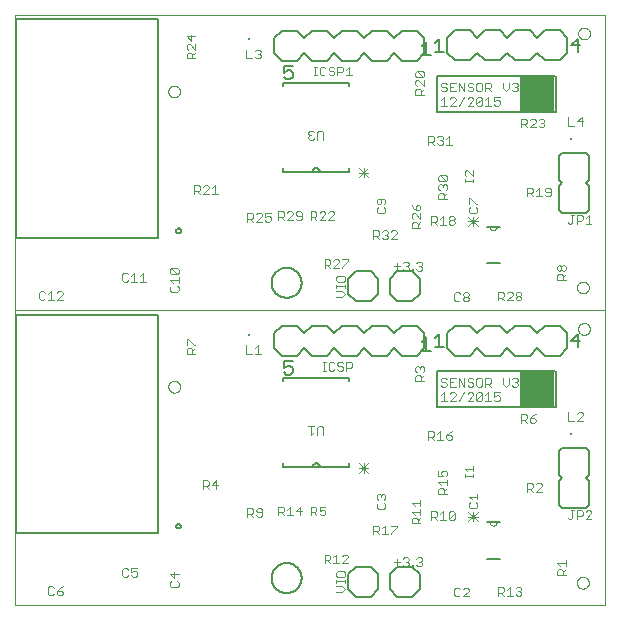
<source format=gto>
G75*
%MOIN*%
%OFA0B0*%
%FSLAX25Y25*%
%IPPOS*%
%LPD*%
%AMOC8*
5,1,8,0,0,1.08239X$1,22.5*
%
%ADD10C,0.00000*%
%ADD11C,0.00300*%
%ADD12C,0.00591*%
%ADD13R,0.11811X0.11811*%
%ADD14C,0.00600*%
%ADD15C,0.00500*%
%ADD16R,0.00787X0.00787*%
D10*
X0001000Y0001013D02*
X0197850Y0001013D01*
X0197850Y0099438D01*
X0001000Y0099438D01*
X0001000Y0197863D01*
X0197850Y0197863D01*
X0197850Y0099438D01*
X0188795Y0093139D02*
X0188797Y0093227D01*
X0188803Y0093315D01*
X0188813Y0093403D01*
X0188827Y0093491D01*
X0188844Y0093577D01*
X0188866Y0093663D01*
X0188891Y0093747D01*
X0188921Y0093831D01*
X0188953Y0093913D01*
X0188990Y0093993D01*
X0189030Y0094072D01*
X0189074Y0094149D01*
X0189121Y0094224D01*
X0189171Y0094296D01*
X0189225Y0094367D01*
X0189281Y0094434D01*
X0189341Y0094500D01*
X0189403Y0094562D01*
X0189469Y0094622D01*
X0189536Y0094678D01*
X0189607Y0094732D01*
X0189679Y0094782D01*
X0189754Y0094829D01*
X0189831Y0094873D01*
X0189910Y0094913D01*
X0189990Y0094950D01*
X0190072Y0094982D01*
X0190156Y0095012D01*
X0190240Y0095037D01*
X0190326Y0095059D01*
X0190412Y0095076D01*
X0190500Y0095090D01*
X0190588Y0095100D01*
X0190676Y0095106D01*
X0190764Y0095108D01*
X0190852Y0095106D01*
X0190940Y0095100D01*
X0191028Y0095090D01*
X0191116Y0095076D01*
X0191202Y0095059D01*
X0191288Y0095037D01*
X0191372Y0095012D01*
X0191456Y0094982D01*
X0191538Y0094950D01*
X0191618Y0094913D01*
X0191697Y0094873D01*
X0191774Y0094829D01*
X0191849Y0094782D01*
X0191921Y0094732D01*
X0191992Y0094678D01*
X0192059Y0094622D01*
X0192125Y0094562D01*
X0192187Y0094500D01*
X0192247Y0094434D01*
X0192303Y0094367D01*
X0192357Y0094296D01*
X0192407Y0094224D01*
X0192454Y0094149D01*
X0192498Y0094072D01*
X0192538Y0093993D01*
X0192575Y0093913D01*
X0192607Y0093831D01*
X0192637Y0093747D01*
X0192662Y0093663D01*
X0192684Y0093577D01*
X0192701Y0093491D01*
X0192715Y0093403D01*
X0192725Y0093315D01*
X0192731Y0093227D01*
X0192733Y0093139D01*
X0192731Y0093051D01*
X0192725Y0092963D01*
X0192715Y0092875D01*
X0192701Y0092787D01*
X0192684Y0092701D01*
X0192662Y0092615D01*
X0192637Y0092531D01*
X0192607Y0092447D01*
X0192575Y0092365D01*
X0192538Y0092285D01*
X0192498Y0092206D01*
X0192454Y0092129D01*
X0192407Y0092054D01*
X0192357Y0091982D01*
X0192303Y0091911D01*
X0192247Y0091844D01*
X0192187Y0091778D01*
X0192125Y0091716D01*
X0192059Y0091656D01*
X0191992Y0091600D01*
X0191921Y0091546D01*
X0191849Y0091496D01*
X0191774Y0091449D01*
X0191697Y0091405D01*
X0191618Y0091365D01*
X0191538Y0091328D01*
X0191456Y0091296D01*
X0191372Y0091266D01*
X0191288Y0091241D01*
X0191202Y0091219D01*
X0191116Y0091202D01*
X0191028Y0091188D01*
X0190940Y0091178D01*
X0190852Y0091172D01*
X0190764Y0091170D01*
X0190676Y0091172D01*
X0190588Y0091178D01*
X0190500Y0091188D01*
X0190412Y0091202D01*
X0190326Y0091219D01*
X0190240Y0091241D01*
X0190156Y0091266D01*
X0190072Y0091296D01*
X0189990Y0091328D01*
X0189910Y0091365D01*
X0189831Y0091405D01*
X0189754Y0091449D01*
X0189679Y0091496D01*
X0189607Y0091546D01*
X0189536Y0091600D01*
X0189469Y0091656D01*
X0189403Y0091716D01*
X0189341Y0091778D01*
X0189281Y0091844D01*
X0189225Y0091911D01*
X0189171Y0091982D01*
X0189121Y0092054D01*
X0189074Y0092129D01*
X0189030Y0092206D01*
X0188990Y0092285D01*
X0188953Y0092365D01*
X0188921Y0092447D01*
X0188891Y0092531D01*
X0188866Y0092615D01*
X0188844Y0092701D01*
X0188827Y0092787D01*
X0188813Y0092875D01*
X0188803Y0092963D01*
X0188797Y0093051D01*
X0188795Y0093139D01*
X0188401Y0106918D02*
X0188403Y0107006D01*
X0188409Y0107094D01*
X0188419Y0107182D01*
X0188433Y0107270D01*
X0188450Y0107356D01*
X0188472Y0107442D01*
X0188497Y0107526D01*
X0188527Y0107610D01*
X0188559Y0107692D01*
X0188596Y0107772D01*
X0188636Y0107851D01*
X0188680Y0107928D01*
X0188727Y0108003D01*
X0188777Y0108075D01*
X0188831Y0108146D01*
X0188887Y0108213D01*
X0188947Y0108279D01*
X0189009Y0108341D01*
X0189075Y0108401D01*
X0189142Y0108457D01*
X0189213Y0108511D01*
X0189285Y0108561D01*
X0189360Y0108608D01*
X0189437Y0108652D01*
X0189516Y0108692D01*
X0189596Y0108729D01*
X0189678Y0108761D01*
X0189762Y0108791D01*
X0189846Y0108816D01*
X0189932Y0108838D01*
X0190018Y0108855D01*
X0190106Y0108869D01*
X0190194Y0108879D01*
X0190282Y0108885D01*
X0190370Y0108887D01*
X0190458Y0108885D01*
X0190546Y0108879D01*
X0190634Y0108869D01*
X0190722Y0108855D01*
X0190808Y0108838D01*
X0190894Y0108816D01*
X0190978Y0108791D01*
X0191062Y0108761D01*
X0191144Y0108729D01*
X0191224Y0108692D01*
X0191303Y0108652D01*
X0191380Y0108608D01*
X0191455Y0108561D01*
X0191527Y0108511D01*
X0191598Y0108457D01*
X0191665Y0108401D01*
X0191731Y0108341D01*
X0191793Y0108279D01*
X0191853Y0108213D01*
X0191909Y0108146D01*
X0191963Y0108075D01*
X0192013Y0108003D01*
X0192060Y0107928D01*
X0192104Y0107851D01*
X0192144Y0107772D01*
X0192181Y0107692D01*
X0192213Y0107610D01*
X0192243Y0107526D01*
X0192268Y0107442D01*
X0192290Y0107356D01*
X0192307Y0107270D01*
X0192321Y0107182D01*
X0192331Y0107094D01*
X0192337Y0107006D01*
X0192339Y0106918D01*
X0192337Y0106830D01*
X0192331Y0106742D01*
X0192321Y0106654D01*
X0192307Y0106566D01*
X0192290Y0106480D01*
X0192268Y0106394D01*
X0192243Y0106310D01*
X0192213Y0106226D01*
X0192181Y0106144D01*
X0192144Y0106064D01*
X0192104Y0105985D01*
X0192060Y0105908D01*
X0192013Y0105833D01*
X0191963Y0105761D01*
X0191909Y0105690D01*
X0191853Y0105623D01*
X0191793Y0105557D01*
X0191731Y0105495D01*
X0191665Y0105435D01*
X0191598Y0105379D01*
X0191527Y0105325D01*
X0191455Y0105275D01*
X0191380Y0105228D01*
X0191303Y0105184D01*
X0191224Y0105144D01*
X0191144Y0105107D01*
X0191062Y0105075D01*
X0190978Y0105045D01*
X0190894Y0105020D01*
X0190808Y0104998D01*
X0190722Y0104981D01*
X0190634Y0104967D01*
X0190546Y0104957D01*
X0190458Y0104951D01*
X0190370Y0104949D01*
X0190282Y0104951D01*
X0190194Y0104957D01*
X0190106Y0104967D01*
X0190018Y0104981D01*
X0189932Y0104998D01*
X0189846Y0105020D01*
X0189762Y0105045D01*
X0189678Y0105075D01*
X0189596Y0105107D01*
X0189516Y0105144D01*
X0189437Y0105184D01*
X0189360Y0105228D01*
X0189285Y0105275D01*
X0189213Y0105325D01*
X0189142Y0105379D01*
X0189075Y0105435D01*
X0189009Y0105495D01*
X0188947Y0105557D01*
X0188887Y0105623D01*
X0188831Y0105690D01*
X0188777Y0105761D01*
X0188727Y0105833D01*
X0188680Y0105908D01*
X0188636Y0105985D01*
X0188596Y0106064D01*
X0188559Y0106144D01*
X0188527Y0106226D01*
X0188497Y0106310D01*
X0188472Y0106394D01*
X0188450Y0106480D01*
X0188433Y0106566D01*
X0188419Y0106654D01*
X0188409Y0106742D01*
X0188403Y0106830D01*
X0188401Y0106918D01*
X0161649Y0127191D02*
X0161647Y0127122D01*
X0161641Y0127054D01*
X0161631Y0126986D01*
X0161618Y0126919D01*
X0161600Y0126853D01*
X0161579Y0126788D01*
X0161554Y0126724D01*
X0161526Y0126662D01*
X0161494Y0126601D01*
X0161459Y0126542D01*
X0161420Y0126486D01*
X0161378Y0126431D01*
X0161333Y0126380D01*
X0161285Y0126330D01*
X0161235Y0126284D01*
X0161182Y0126241D01*
X0161126Y0126200D01*
X0161069Y0126163D01*
X0161009Y0126130D01*
X0160947Y0126099D01*
X0160884Y0126073D01*
X0160820Y0126050D01*
X0160754Y0126030D01*
X0160687Y0126015D01*
X0160620Y0126003D01*
X0160552Y0125995D01*
X0160483Y0125991D01*
X0160415Y0125991D01*
X0160346Y0125995D01*
X0160278Y0126003D01*
X0160211Y0126015D01*
X0160144Y0126030D01*
X0160078Y0126050D01*
X0160014Y0126073D01*
X0159951Y0126099D01*
X0159889Y0126130D01*
X0159829Y0126163D01*
X0159772Y0126200D01*
X0159716Y0126241D01*
X0159663Y0126284D01*
X0159613Y0126330D01*
X0159565Y0126380D01*
X0159520Y0126431D01*
X0159478Y0126486D01*
X0159439Y0126542D01*
X0159404Y0126601D01*
X0159372Y0126662D01*
X0159344Y0126724D01*
X0159319Y0126788D01*
X0159298Y0126853D01*
X0159280Y0126919D01*
X0159267Y0126986D01*
X0159257Y0127054D01*
X0159251Y0127122D01*
X0159249Y0127191D01*
X0188795Y0191564D02*
X0188797Y0191652D01*
X0188803Y0191740D01*
X0188813Y0191828D01*
X0188827Y0191916D01*
X0188844Y0192002D01*
X0188866Y0192088D01*
X0188891Y0192172D01*
X0188921Y0192256D01*
X0188953Y0192338D01*
X0188990Y0192418D01*
X0189030Y0192497D01*
X0189074Y0192574D01*
X0189121Y0192649D01*
X0189171Y0192721D01*
X0189225Y0192792D01*
X0189281Y0192859D01*
X0189341Y0192925D01*
X0189403Y0192987D01*
X0189469Y0193047D01*
X0189536Y0193103D01*
X0189607Y0193157D01*
X0189679Y0193207D01*
X0189754Y0193254D01*
X0189831Y0193298D01*
X0189910Y0193338D01*
X0189990Y0193375D01*
X0190072Y0193407D01*
X0190156Y0193437D01*
X0190240Y0193462D01*
X0190326Y0193484D01*
X0190412Y0193501D01*
X0190500Y0193515D01*
X0190588Y0193525D01*
X0190676Y0193531D01*
X0190764Y0193533D01*
X0190852Y0193531D01*
X0190940Y0193525D01*
X0191028Y0193515D01*
X0191116Y0193501D01*
X0191202Y0193484D01*
X0191288Y0193462D01*
X0191372Y0193437D01*
X0191456Y0193407D01*
X0191538Y0193375D01*
X0191618Y0193338D01*
X0191697Y0193298D01*
X0191774Y0193254D01*
X0191849Y0193207D01*
X0191921Y0193157D01*
X0191992Y0193103D01*
X0192059Y0193047D01*
X0192125Y0192987D01*
X0192187Y0192925D01*
X0192247Y0192859D01*
X0192303Y0192792D01*
X0192357Y0192721D01*
X0192407Y0192649D01*
X0192454Y0192574D01*
X0192498Y0192497D01*
X0192538Y0192418D01*
X0192575Y0192338D01*
X0192607Y0192256D01*
X0192637Y0192172D01*
X0192662Y0192088D01*
X0192684Y0192002D01*
X0192701Y0191916D01*
X0192715Y0191828D01*
X0192725Y0191740D01*
X0192731Y0191652D01*
X0192733Y0191564D01*
X0192731Y0191476D01*
X0192725Y0191388D01*
X0192715Y0191300D01*
X0192701Y0191212D01*
X0192684Y0191126D01*
X0192662Y0191040D01*
X0192637Y0190956D01*
X0192607Y0190872D01*
X0192575Y0190790D01*
X0192538Y0190710D01*
X0192498Y0190631D01*
X0192454Y0190554D01*
X0192407Y0190479D01*
X0192357Y0190407D01*
X0192303Y0190336D01*
X0192247Y0190269D01*
X0192187Y0190203D01*
X0192125Y0190141D01*
X0192059Y0190081D01*
X0191992Y0190025D01*
X0191921Y0189971D01*
X0191849Y0189921D01*
X0191774Y0189874D01*
X0191697Y0189830D01*
X0191618Y0189790D01*
X0191538Y0189753D01*
X0191456Y0189721D01*
X0191372Y0189691D01*
X0191288Y0189666D01*
X0191202Y0189644D01*
X0191116Y0189627D01*
X0191028Y0189613D01*
X0190940Y0189603D01*
X0190852Y0189597D01*
X0190764Y0189595D01*
X0190676Y0189597D01*
X0190588Y0189603D01*
X0190500Y0189613D01*
X0190412Y0189627D01*
X0190326Y0189644D01*
X0190240Y0189666D01*
X0190156Y0189691D01*
X0190072Y0189721D01*
X0189990Y0189753D01*
X0189910Y0189790D01*
X0189831Y0189830D01*
X0189754Y0189874D01*
X0189679Y0189921D01*
X0189607Y0189971D01*
X0189536Y0190025D01*
X0189469Y0190081D01*
X0189403Y0190141D01*
X0189341Y0190203D01*
X0189281Y0190269D01*
X0189225Y0190336D01*
X0189171Y0190407D01*
X0189121Y0190479D01*
X0189074Y0190554D01*
X0189030Y0190631D01*
X0188990Y0190710D01*
X0188953Y0190790D01*
X0188921Y0190872D01*
X0188891Y0190956D01*
X0188866Y0191040D01*
X0188844Y0191126D01*
X0188827Y0191212D01*
X0188813Y0191300D01*
X0188803Y0191388D01*
X0188797Y0191476D01*
X0188795Y0191564D01*
X0052181Y0172272D02*
X0052183Y0172360D01*
X0052189Y0172448D01*
X0052199Y0172536D01*
X0052213Y0172624D01*
X0052230Y0172710D01*
X0052252Y0172796D01*
X0052277Y0172880D01*
X0052307Y0172964D01*
X0052339Y0173046D01*
X0052376Y0173126D01*
X0052416Y0173205D01*
X0052460Y0173282D01*
X0052507Y0173357D01*
X0052557Y0173429D01*
X0052611Y0173500D01*
X0052667Y0173567D01*
X0052727Y0173633D01*
X0052789Y0173695D01*
X0052855Y0173755D01*
X0052922Y0173811D01*
X0052993Y0173865D01*
X0053065Y0173915D01*
X0053140Y0173962D01*
X0053217Y0174006D01*
X0053296Y0174046D01*
X0053376Y0174083D01*
X0053458Y0174115D01*
X0053542Y0174145D01*
X0053626Y0174170D01*
X0053712Y0174192D01*
X0053798Y0174209D01*
X0053886Y0174223D01*
X0053974Y0174233D01*
X0054062Y0174239D01*
X0054150Y0174241D01*
X0054238Y0174239D01*
X0054326Y0174233D01*
X0054414Y0174223D01*
X0054502Y0174209D01*
X0054588Y0174192D01*
X0054674Y0174170D01*
X0054758Y0174145D01*
X0054842Y0174115D01*
X0054924Y0174083D01*
X0055004Y0174046D01*
X0055083Y0174006D01*
X0055160Y0173962D01*
X0055235Y0173915D01*
X0055307Y0173865D01*
X0055378Y0173811D01*
X0055445Y0173755D01*
X0055511Y0173695D01*
X0055573Y0173633D01*
X0055633Y0173567D01*
X0055689Y0173500D01*
X0055743Y0173429D01*
X0055793Y0173357D01*
X0055840Y0173282D01*
X0055884Y0173205D01*
X0055924Y0173126D01*
X0055961Y0173046D01*
X0055993Y0172964D01*
X0056023Y0172880D01*
X0056048Y0172796D01*
X0056070Y0172710D01*
X0056087Y0172624D01*
X0056101Y0172536D01*
X0056111Y0172448D01*
X0056117Y0172360D01*
X0056119Y0172272D01*
X0056117Y0172184D01*
X0056111Y0172096D01*
X0056101Y0172008D01*
X0056087Y0171920D01*
X0056070Y0171834D01*
X0056048Y0171748D01*
X0056023Y0171664D01*
X0055993Y0171580D01*
X0055961Y0171498D01*
X0055924Y0171418D01*
X0055884Y0171339D01*
X0055840Y0171262D01*
X0055793Y0171187D01*
X0055743Y0171115D01*
X0055689Y0171044D01*
X0055633Y0170977D01*
X0055573Y0170911D01*
X0055511Y0170849D01*
X0055445Y0170789D01*
X0055378Y0170733D01*
X0055307Y0170679D01*
X0055235Y0170629D01*
X0055160Y0170582D01*
X0055083Y0170538D01*
X0055004Y0170498D01*
X0054924Y0170461D01*
X0054842Y0170429D01*
X0054758Y0170399D01*
X0054674Y0170374D01*
X0054588Y0170352D01*
X0054502Y0170335D01*
X0054414Y0170321D01*
X0054326Y0170311D01*
X0054238Y0170305D01*
X0054150Y0170303D01*
X0054062Y0170305D01*
X0053974Y0170311D01*
X0053886Y0170321D01*
X0053798Y0170335D01*
X0053712Y0170352D01*
X0053626Y0170374D01*
X0053542Y0170399D01*
X0053458Y0170429D01*
X0053376Y0170461D01*
X0053296Y0170498D01*
X0053217Y0170538D01*
X0053140Y0170582D01*
X0053065Y0170629D01*
X0052993Y0170679D01*
X0052922Y0170733D01*
X0052855Y0170789D01*
X0052789Y0170849D01*
X0052727Y0170911D01*
X0052667Y0170977D01*
X0052611Y0171044D01*
X0052557Y0171115D01*
X0052507Y0171187D01*
X0052460Y0171262D01*
X0052416Y0171339D01*
X0052376Y0171418D01*
X0052339Y0171498D01*
X0052307Y0171580D01*
X0052277Y0171664D01*
X0052252Y0171748D01*
X0052230Y0171834D01*
X0052213Y0171920D01*
X0052199Y0172008D01*
X0052189Y0172096D01*
X0052183Y0172184D01*
X0052181Y0172272D01*
X0001000Y0099438D02*
X0001000Y0001013D01*
X0052181Y0073847D02*
X0052183Y0073935D01*
X0052189Y0074023D01*
X0052199Y0074111D01*
X0052213Y0074199D01*
X0052230Y0074285D01*
X0052252Y0074371D01*
X0052277Y0074455D01*
X0052307Y0074539D01*
X0052339Y0074621D01*
X0052376Y0074701D01*
X0052416Y0074780D01*
X0052460Y0074857D01*
X0052507Y0074932D01*
X0052557Y0075004D01*
X0052611Y0075075D01*
X0052667Y0075142D01*
X0052727Y0075208D01*
X0052789Y0075270D01*
X0052855Y0075330D01*
X0052922Y0075386D01*
X0052993Y0075440D01*
X0053065Y0075490D01*
X0053140Y0075537D01*
X0053217Y0075581D01*
X0053296Y0075621D01*
X0053376Y0075658D01*
X0053458Y0075690D01*
X0053542Y0075720D01*
X0053626Y0075745D01*
X0053712Y0075767D01*
X0053798Y0075784D01*
X0053886Y0075798D01*
X0053974Y0075808D01*
X0054062Y0075814D01*
X0054150Y0075816D01*
X0054238Y0075814D01*
X0054326Y0075808D01*
X0054414Y0075798D01*
X0054502Y0075784D01*
X0054588Y0075767D01*
X0054674Y0075745D01*
X0054758Y0075720D01*
X0054842Y0075690D01*
X0054924Y0075658D01*
X0055004Y0075621D01*
X0055083Y0075581D01*
X0055160Y0075537D01*
X0055235Y0075490D01*
X0055307Y0075440D01*
X0055378Y0075386D01*
X0055445Y0075330D01*
X0055511Y0075270D01*
X0055573Y0075208D01*
X0055633Y0075142D01*
X0055689Y0075075D01*
X0055743Y0075004D01*
X0055793Y0074932D01*
X0055840Y0074857D01*
X0055884Y0074780D01*
X0055924Y0074701D01*
X0055961Y0074621D01*
X0055993Y0074539D01*
X0056023Y0074455D01*
X0056048Y0074371D01*
X0056070Y0074285D01*
X0056087Y0074199D01*
X0056101Y0074111D01*
X0056111Y0074023D01*
X0056117Y0073935D01*
X0056119Y0073847D01*
X0056117Y0073759D01*
X0056111Y0073671D01*
X0056101Y0073583D01*
X0056087Y0073495D01*
X0056070Y0073409D01*
X0056048Y0073323D01*
X0056023Y0073239D01*
X0055993Y0073155D01*
X0055961Y0073073D01*
X0055924Y0072993D01*
X0055884Y0072914D01*
X0055840Y0072837D01*
X0055793Y0072762D01*
X0055743Y0072690D01*
X0055689Y0072619D01*
X0055633Y0072552D01*
X0055573Y0072486D01*
X0055511Y0072424D01*
X0055445Y0072364D01*
X0055378Y0072308D01*
X0055307Y0072254D01*
X0055235Y0072204D01*
X0055160Y0072157D01*
X0055083Y0072113D01*
X0055004Y0072073D01*
X0054924Y0072036D01*
X0054842Y0072004D01*
X0054758Y0071974D01*
X0054674Y0071949D01*
X0054588Y0071927D01*
X0054502Y0071910D01*
X0054414Y0071896D01*
X0054326Y0071886D01*
X0054238Y0071880D01*
X0054150Y0071878D01*
X0054062Y0071880D01*
X0053974Y0071886D01*
X0053886Y0071896D01*
X0053798Y0071910D01*
X0053712Y0071927D01*
X0053626Y0071949D01*
X0053542Y0071974D01*
X0053458Y0072004D01*
X0053376Y0072036D01*
X0053296Y0072073D01*
X0053217Y0072113D01*
X0053140Y0072157D01*
X0053065Y0072204D01*
X0052993Y0072254D01*
X0052922Y0072308D01*
X0052855Y0072364D01*
X0052789Y0072424D01*
X0052727Y0072486D01*
X0052667Y0072552D01*
X0052611Y0072619D01*
X0052557Y0072690D01*
X0052507Y0072762D01*
X0052460Y0072837D01*
X0052416Y0072914D01*
X0052376Y0072993D01*
X0052339Y0073073D01*
X0052307Y0073155D01*
X0052277Y0073239D01*
X0052252Y0073323D01*
X0052230Y0073409D01*
X0052213Y0073495D01*
X0052199Y0073583D01*
X0052189Y0073671D01*
X0052183Y0073759D01*
X0052181Y0073847D01*
X0159249Y0028766D02*
X0159251Y0028697D01*
X0159257Y0028629D01*
X0159267Y0028561D01*
X0159280Y0028494D01*
X0159298Y0028428D01*
X0159319Y0028363D01*
X0159344Y0028299D01*
X0159372Y0028237D01*
X0159404Y0028176D01*
X0159439Y0028117D01*
X0159478Y0028061D01*
X0159520Y0028006D01*
X0159565Y0027955D01*
X0159613Y0027905D01*
X0159663Y0027859D01*
X0159716Y0027816D01*
X0159772Y0027775D01*
X0159829Y0027738D01*
X0159889Y0027705D01*
X0159951Y0027674D01*
X0160014Y0027648D01*
X0160078Y0027625D01*
X0160144Y0027605D01*
X0160211Y0027590D01*
X0160278Y0027578D01*
X0160346Y0027570D01*
X0160415Y0027566D01*
X0160483Y0027566D01*
X0160552Y0027570D01*
X0160620Y0027578D01*
X0160687Y0027590D01*
X0160754Y0027605D01*
X0160820Y0027625D01*
X0160884Y0027648D01*
X0160947Y0027674D01*
X0161009Y0027705D01*
X0161069Y0027738D01*
X0161126Y0027775D01*
X0161182Y0027816D01*
X0161235Y0027859D01*
X0161285Y0027905D01*
X0161333Y0027955D01*
X0161378Y0028006D01*
X0161420Y0028061D01*
X0161459Y0028117D01*
X0161494Y0028176D01*
X0161526Y0028237D01*
X0161554Y0028299D01*
X0161579Y0028363D01*
X0161600Y0028428D01*
X0161618Y0028494D01*
X0161631Y0028561D01*
X0161641Y0028629D01*
X0161647Y0028697D01*
X0161649Y0028766D01*
X0188401Y0008493D02*
X0188403Y0008581D01*
X0188409Y0008669D01*
X0188419Y0008757D01*
X0188433Y0008845D01*
X0188450Y0008931D01*
X0188472Y0009017D01*
X0188497Y0009101D01*
X0188527Y0009185D01*
X0188559Y0009267D01*
X0188596Y0009347D01*
X0188636Y0009426D01*
X0188680Y0009503D01*
X0188727Y0009578D01*
X0188777Y0009650D01*
X0188831Y0009721D01*
X0188887Y0009788D01*
X0188947Y0009854D01*
X0189009Y0009916D01*
X0189075Y0009976D01*
X0189142Y0010032D01*
X0189213Y0010086D01*
X0189285Y0010136D01*
X0189360Y0010183D01*
X0189437Y0010227D01*
X0189516Y0010267D01*
X0189596Y0010304D01*
X0189678Y0010336D01*
X0189762Y0010366D01*
X0189846Y0010391D01*
X0189932Y0010413D01*
X0190018Y0010430D01*
X0190106Y0010444D01*
X0190194Y0010454D01*
X0190282Y0010460D01*
X0190370Y0010462D01*
X0190458Y0010460D01*
X0190546Y0010454D01*
X0190634Y0010444D01*
X0190722Y0010430D01*
X0190808Y0010413D01*
X0190894Y0010391D01*
X0190978Y0010366D01*
X0191062Y0010336D01*
X0191144Y0010304D01*
X0191224Y0010267D01*
X0191303Y0010227D01*
X0191380Y0010183D01*
X0191455Y0010136D01*
X0191527Y0010086D01*
X0191598Y0010032D01*
X0191665Y0009976D01*
X0191731Y0009916D01*
X0191793Y0009854D01*
X0191853Y0009788D01*
X0191909Y0009721D01*
X0191963Y0009650D01*
X0192013Y0009578D01*
X0192060Y0009503D01*
X0192104Y0009426D01*
X0192144Y0009347D01*
X0192181Y0009267D01*
X0192213Y0009185D01*
X0192243Y0009101D01*
X0192268Y0009017D01*
X0192290Y0008931D01*
X0192307Y0008845D01*
X0192321Y0008757D01*
X0192331Y0008669D01*
X0192337Y0008581D01*
X0192339Y0008493D01*
X0192337Y0008405D01*
X0192331Y0008317D01*
X0192321Y0008229D01*
X0192307Y0008141D01*
X0192290Y0008055D01*
X0192268Y0007969D01*
X0192243Y0007885D01*
X0192213Y0007801D01*
X0192181Y0007719D01*
X0192144Y0007639D01*
X0192104Y0007560D01*
X0192060Y0007483D01*
X0192013Y0007408D01*
X0191963Y0007336D01*
X0191909Y0007265D01*
X0191853Y0007198D01*
X0191793Y0007132D01*
X0191731Y0007070D01*
X0191665Y0007010D01*
X0191598Y0006954D01*
X0191527Y0006900D01*
X0191455Y0006850D01*
X0191380Y0006803D01*
X0191303Y0006759D01*
X0191224Y0006719D01*
X0191144Y0006682D01*
X0191062Y0006650D01*
X0190978Y0006620D01*
X0190894Y0006595D01*
X0190808Y0006573D01*
X0190722Y0006556D01*
X0190634Y0006542D01*
X0190546Y0006532D01*
X0190458Y0006526D01*
X0190370Y0006524D01*
X0190282Y0006526D01*
X0190194Y0006532D01*
X0190106Y0006542D01*
X0190018Y0006556D01*
X0189932Y0006573D01*
X0189846Y0006595D01*
X0189762Y0006620D01*
X0189678Y0006650D01*
X0189596Y0006682D01*
X0189516Y0006719D01*
X0189437Y0006759D01*
X0189360Y0006803D01*
X0189285Y0006850D01*
X0189213Y0006900D01*
X0189142Y0006954D01*
X0189075Y0007010D01*
X0189009Y0007070D01*
X0188947Y0007132D01*
X0188887Y0007198D01*
X0188831Y0007265D01*
X0188777Y0007336D01*
X0188727Y0007408D01*
X0188680Y0007483D01*
X0188636Y0007560D01*
X0188596Y0007639D01*
X0188559Y0007719D01*
X0188527Y0007801D01*
X0188497Y0007885D01*
X0188472Y0007969D01*
X0188450Y0008055D01*
X0188433Y0008141D01*
X0188419Y0008229D01*
X0188409Y0008317D01*
X0188403Y0008405D01*
X0188401Y0008493D01*
D11*
X0184680Y0011077D02*
X0181777Y0011077D01*
X0181777Y0012528D01*
X0182261Y0013012D01*
X0183229Y0013012D01*
X0183712Y0012528D01*
X0183712Y0011077D01*
X0183712Y0012044D02*
X0184680Y0013012D01*
X0184680Y0014023D02*
X0184680Y0015958D01*
X0184680Y0014991D02*
X0181777Y0014991D01*
X0182745Y0014023D01*
X0169864Y0006613D02*
X0169864Y0006129D01*
X0169380Y0005645D01*
X0169864Y0005162D01*
X0169864Y0004678D01*
X0169380Y0004194D01*
X0168413Y0004194D01*
X0167929Y0004678D01*
X0166917Y0004194D02*
X0164982Y0004194D01*
X0165950Y0004194D02*
X0165950Y0007097D01*
X0164982Y0006129D01*
X0163971Y0006613D02*
X0163971Y0005645D01*
X0163487Y0005162D01*
X0162036Y0005162D01*
X0163003Y0005162D02*
X0163971Y0004194D01*
X0162036Y0004194D02*
X0162036Y0007097D01*
X0163487Y0007097D01*
X0163971Y0006613D01*
X0167929Y0006613D02*
X0168413Y0007097D01*
X0169380Y0007097D01*
X0169864Y0006613D01*
X0169380Y0005645D02*
X0168896Y0005645D01*
X0152383Y0005921D02*
X0152383Y0006405D01*
X0151899Y0006889D01*
X0150931Y0006889D01*
X0150448Y0006405D01*
X0149436Y0006405D02*
X0148952Y0006889D01*
X0147985Y0006889D01*
X0147501Y0006405D01*
X0147501Y0004470D01*
X0147985Y0003986D01*
X0148952Y0003986D01*
X0149436Y0004470D01*
X0150448Y0003986D02*
X0152383Y0005921D01*
X0152383Y0003986D02*
X0150448Y0003986D01*
X0136753Y0014588D02*
X0136269Y0014104D01*
X0135301Y0014104D01*
X0134818Y0014588D01*
X0133828Y0014588D02*
X0133828Y0014104D01*
X0133344Y0014104D01*
X0133344Y0014588D01*
X0133828Y0014588D01*
X0132333Y0014588D02*
X0131849Y0014104D01*
X0130882Y0014104D01*
X0130398Y0014588D01*
X0131365Y0015556D02*
X0131849Y0015556D01*
X0132333Y0015072D01*
X0132333Y0014588D01*
X0131849Y0015556D02*
X0132333Y0016039D01*
X0132333Y0016523D01*
X0131849Y0017007D01*
X0130882Y0017007D01*
X0130398Y0016523D01*
X0129386Y0015556D02*
X0127451Y0015556D01*
X0128419Y0016523D02*
X0128419Y0014588D01*
X0134818Y0016523D02*
X0135301Y0017007D01*
X0136269Y0017007D01*
X0136753Y0016523D01*
X0136753Y0016039D01*
X0136269Y0015556D01*
X0136753Y0015072D01*
X0136753Y0014588D01*
X0136269Y0015556D02*
X0135785Y0015556D01*
X0126393Y0024667D02*
X0126393Y0025150D01*
X0128328Y0027085D01*
X0128328Y0027569D01*
X0126393Y0027569D01*
X0124414Y0027569D02*
X0124414Y0024667D01*
X0123447Y0024667D02*
X0125382Y0024667D01*
X0123447Y0026602D02*
X0124414Y0027569D01*
X0122435Y0027085D02*
X0122435Y0026118D01*
X0121952Y0025634D01*
X0120500Y0025634D01*
X0120500Y0024667D02*
X0120500Y0027569D01*
X0121952Y0027569D01*
X0122435Y0027085D01*
X0121468Y0025634D02*
X0122435Y0024667D01*
X0122132Y0033249D02*
X0124067Y0033249D01*
X0124551Y0033733D01*
X0124551Y0034700D01*
X0124067Y0035184D01*
X0124067Y0036196D02*
X0124551Y0036679D01*
X0124551Y0037647D01*
X0124067Y0038131D01*
X0123583Y0038131D01*
X0123100Y0037647D01*
X0123100Y0037163D01*
X0123100Y0037647D02*
X0122616Y0038131D01*
X0122132Y0038131D01*
X0121648Y0037647D01*
X0121648Y0036679D01*
X0122132Y0036196D01*
X0122132Y0035184D02*
X0121648Y0034700D01*
X0121648Y0033733D01*
X0122132Y0033249D01*
X0133313Y0032202D02*
X0134280Y0031234D01*
X0133797Y0030223D02*
X0134764Y0030223D01*
X0135248Y0029739D01*
X0135248Y0028288D01*
X0135248Y0029255D02*
X0136215Y0030223D01*
X0136215Y0031234D02*
X0136215Y0033169D01*
X0136215Y0032202D02*
X0133313Y0032202D01*
X0133797Y0030223D02*
X0133313Y0029739D01*
X0133313Y0028288D01*
X0136215Y0028288D01*
X0139792Y0029391D02*
X0139792Y0032293D01*
X0141243Y0032293D01*
X0141727Y0031810D01*
X0141727Y0030842D01*
X0141243Y0030358D01*
X0139792Y0030358D01*
X0140759Y0030358D02*
X0141727Y0029391D01*
X0142738Y0029391D02*
X0144673Y0029391D01*
X0143706Y0029391D02*
X0143706Y0032293D01*
X0142738Y0031326D01*
X0145685Y0031810D02*
X0145685Y0029875D01*
X0147620Y0031810D01*
X0147620Y0029875D01*
X0147136Y0029391D01*
X0146169Y0029391D01*
X0145685Y0029875D01*
X0145685Y0031810D02*
X0146169Y0032293D01*
X0147136Y0032293D01*
X0147620Y0031810D01*
X0152199Y0032136D02*
X0155335Y0029000D01*
X0155335Y0030568D02*
X0152199Y0030568D01*
X0152199Y0029000D02*
X0155335Y0032136D01*
X0154697Y0033328D02*
X0155181Y0033812D01*
X0155181Y0034779D01*
X0154697Y0035263D01*
X0155181Y0036274D02*
X0155181Y0038209D01*
X0155181Y0037242D02*
X0152278Y0037242D01*
X0153246Y0036274D01*
X0152762Y0035263D02*
X0152278Y0034779D01*
X0152278Y0033812D01*
X0152762Y0033328D01*
X0154697Y0033328D01*
X0153767Y0032136D02*
X0153767Y0029000D01*
X0145063Y0038033D02*
X0142160Y0038033D01*
X0142160Y0039484D01*
X0142644Y0039968D01*
X0143611Y0039968D01*
X0144095Y0039484D01*
X0144095Y0038033D01*
X0144095Y0039000D02*
X0145063Y0039968D01*
X0145063Y0040979D02*
X0145063Y0042914D01*
X0145063Y0041947D02*
X0142160Y0041947D01*
X0143128Y0040979D01*
X0143611Y0043926D02*
X0142160Y0043926D01*
X0142160Y0045861D01*
X0143128Y0045377D02*
X0143611Y0045861D01*
X0144579Y0045861D01*
X0145063Y0045377D01*
X0145063Y0044409D01*
X0144579Y0043926D01*
X0143611Y0043926D02*
X0143128Y0044893D01*
X0143128Y0045377D01*
X0150940Y0044610D02*
X0150940Y0043643D01*
X0150940Y0044127D02*
X0153842Y0044127D01*
X0153842Y0044610D02*
X0153842Y0043643D01*
X0153842Y0045607D02*
X0153842Y0047542D01*
X0153842Y0046575D02*
X0150940Y0046575D01*
X0151907Y0045607D01*
X0146249Y0056152D02*
X0146733Y0056635D01*
X0146733Y0057119D01*
X0146249Y0057603D01*
X0144798Y0057603D01*
X0144798Y0056635D01*
X0145282Y0056152D01*
X0146249Y0056152D01*
X0144798Y0057603D02*
X0145765Y0058570D01*
X0146733Y0059054D01*
X0143786Y0056152D02*
X0141851Y0056152D01*
X0142819Y0056152D02*
X0142819Y0059054D01*
X0141851Y0058087D01*
X0140840Y0058570D02*
X0140840Y0057603D01*
X0140356Y0057119D01*
X0138905Y0057119D01*
X0138905Y0056152D02*
X0138905Y0059054D01*
X0140356Y0059054D01*
X0140840Y0058570D01*
X0139872Y0057119D02*
X0140840Y0056152D01*
X0143079Y0069076D02*
X0145014Y0069076D01*
X0144047Y0069076D02*
X0144047Y0071978D01*
X0143079Y0071011D01*
X0143563Y0073876D02*
X0143079Y0074360D01*
X0143563Y0073876D02*
X0144530Y0073876D01*
X0145014Y0074360D01*
X0145014Y0074843D01*
X0144530Y0075327D01*
X0143563Y0075327D01*
X0143079Y0075811D01*
X0143079Y0076295D01*
X0143563Y0076778D01*
X0144530Y0076778D01*
X0145014Y0076295D01*
X0146026Y0076778D02*
X0146026Y0073876D01*
X0147961Y0073876D01*
X0148972Y0073876D02*
X0148972Y0076778D01*
X0150907Y0073876D01*
X0150907Y0076778D01*
X0151919Y0076295D02*
X0151919Y0075811D01*
X0152402Y0075327D01*
X0153370Y0075327D01*
X0153854Y0074843D01*
X0153854Y0074360D01*
X0153370Y0073876D01*
X0152402Y0073876D01*
X0151919Y0074360D01*
X0151919Y0076295D02*
X0152402Y0076778D01*
X0153370Y0076778D01*
X0153854Y0076295D01*
X0154865Y0076295D02*
X0154865Y0074360D01*
X0155349Y0073876D01*
X0156316Y0073876D01*
X0156800Y0074360D01*
X0156800Y0076295D01*
X0156316Y0076778D01*
X0155349Y0076778D01*
X0154865Y0076295D01*
X0157812Y0076778D02*
X0157812Y0073876D01*
X0157812Y0074843D02*
X0159263Y0074843D01*
X0159747Y0075327D01*
X0159747Y0076295D01*
X0159263Y0076778D01*
X0157812Y0076778D01*
X0158779Y0074843D02*
X0159747Y0073876D01*
X0158779Y0071978D02*
X0158779Y0069076D01*
X0157812Y0069076D02*
X0159747Y0069076D01*
X0160758Y0069560D02*
X0161242Y0069076D01*
X0162209Y0069076D01*
X0162693Y0069560D01*
X0162693Y0070527D01*
X0162209Y0071011D01*
X0161726Y0071011D01*
X0160758Y0070527D01*
X0160758Y0071978D01*
X0162693Y0071978D01*
X0164672Y0073876D02*
X0165640Y0074843D01*
X0165640Y0076778D01*
X0166651Y0076295D02*
X0167135Y0076778D01*
X0168103Y0076778D01*
X0168586Y0076295D01*
X0168586Y0075811D01*
X0168103Y0075327D01*
X0168586Y0074843D01*
X0168586Y0074360D01*
X0168103Y0073876D01*
X0167135Y0073876D01*
X0166651Y0074360D01*
X0167619Y0075327D02*
X0168103Y0075327D01*
X0164672Y0073876D02*
X0163705Y0074843D01*
X0163705Y0076778D01*
X0158779Y0071978D02*
X0157812Y0071011D01*
X0156800Y0071495D02*
X0156800Y0069560D01*
X0156316Y0069076D01*
X0155349Y0069076D01*
X0154865Y0069560D01*
X0156800Y0071495D01*
X0156316Y0071978D01*
X0155349Y0071978D01*
X0154865Y0071495D01*
X0154865Y0069560D01*
X0153854Y0069076D02*
X0151919Y0069076D01*
X0153854Y0071011D01*
X0153854Y0071495D01*
X0153370Y0071978D01*
X0152402Y0071978D01*
X0151919Y0071495D01*
X0150907Y0071978D02*
X0148972Y0069076D01*
X0147961Y0069076D02*
X0146026Y0069076D01*
X0147961Y0071011D01*
X0147961Y0071495D01*
X0147477Y0071978D01*
X0146509Y0071978D01*
X0146026Y0071495D01*
X0146026Y0075327D02*
X0146993Y0075327D01*
X0146026Y0076778D02*
X0147961Y0076778D01*
X0137396Y0077657D02*
X0136429Y0076690D01*
X0136429Y0077174D02*
X0136429Y0075722D01*
X0137396Y0075722D02*
X0134494Y0075722D01*
X0134494Y0077174D01*
X0134978Y0077657D01*
X0135945Y0077657D01*
X0136429Y0077174D01*
X0136913Y0078669D02*
X0137396Y0079153D01*
X0137396Y0080120D01*
X0136913Y0080604D01*
X0136429Y0080604D01*
X0135945Y0080120D01*
X0135945Y0079636D01*
X0135945Y0080120D02*
X0135461Y0080604D01*
X0134978Y0080604D01*
X0134494Y0080120D01*
X0134494Y0079153D01*
X0134978Y0078669D01*
X0113406Y0080670D02*
X0112922Y0080186D01*
X0111471Y0080186D01*
X0111471Y0079219D02*
X0111471Y0082121D01*
X0112922Y0082121D01*
X0113406Y0081637D01*
X0113406Y0080670D01*
X0110460Y0080186D02*
X0110460Y0079702D01*
X0109976Y0079219D01*
X0109008Y0079219D01*
X0108525Y0079702D01*
X0107513Y0079702D02*
X0107029Y0079219D01*
X0106062Y0079219D01*
X0105578Y0079702D01*
X0105578Y0081637D01*
X0106062Y0082121D01*
X0107029Y0082121D01*
X0107513Y0081637D01*
X0108525Y0081637D02*
X0108525Y0081153D01*
X0109008Y0080670D01*
X0109976Y0080670D01*
X0110460Y0080186D01*
X0110460Y0081637D02*
X0109976Y0082121D01*
X0109008Y0082121D01*
X0108525Y0081637D01*
X0104581Y0082121D02*
X0103614Y0082121D01*
X0104098Y0082121D02*
X0104098Y0079219D01*
X0104581Y0079219D02*
X0103614Y0079219D01*
X0103284Y0060724D02*
X0102317Y0060724D01*
X0101833Y0060240D01*
X0101833Y0057822D01*
X0100822Y0058789D02*
X0099854Y0057822D01*
X0099854Y0060724D01*
X0098887Y0060724D02*
X0100822Y0060724D01*
X0103284Y0060724D02*
X0103768Y0060240D01*
X0103768Y0057822D01*
X0115686Y0048323D02*
X0118822Y0045187D01*
X0117254Y0045187D02*
X0117254Y0048323D01*
X0118822Y0048323D02*
X0115686Y0045187D01*
X0115686Y0046755D02*
X0118822Y0046755D01*
X0104516Y0033868D02*
X0102581Y0033868D01*
X0102581Y0032417D01*
X0103548Y0032901D01*
X0104032Y0032901D01*
X0104516Y0032417D01*
X0104516Y0031449D01*
X0104032Y0030966D01*
X0103065Y0030966D01*
X0102581Y0031449D01*
X0101569Y0030966D02*
X0100602Y0031933D01*
X0101085Y0031933D02*
X0099634Y0031933D01*
X0099634Y0030966D02*
X0099634Y0033868D01*
X0101085Y0033868D01*
X0101569Y0033384D01*
X0101569Y0032417D01*
X0101085Y0031933D01*
X0096635Y0032417D02*
X0094701Y0032417D01*
X0096152Y0033868D01*
X0096152Y0030966D01*
X0093689Y0030966D02*
X0091754Y0030966D01*
X0092721Y0030966D02*
X0092721Y0033868D01*
X0091754Y0032901D01*
X0090742Y0033384D02*
X0090742Y0032417D01*
X0090259Y0031933D01*
X0088807Y0031933D01*
X0088807Y0030966D02*
X0088807Y0033868D01*
X0090259Y0033868D01*
X0090742Y0033384D01*
X0089775Y0031933D02*
X0090742Y0030966D01*
X0083413Y0030977D02*
X0083413Y0032912D01*
X0082930Y0033396D01*
X0081962Y0033396D01*
X0081478Y0032912D01*
X0081478Y0032428D01*
X0081962Y0031945D01*
X0083413Y0031945D01*
X0083413Y0030977D02*
X0082930Y0030493D01*
X0081962Y0030493D01*
X0081478Y0030977D01*
X0080467Y0030493D02*
X0079499Y0031461D01*
X0079983Y0031461D02*
X0078532Y0031461D01*
X0078532Y0030493D02*
X0078532Y0033396D01*
X0079983Y0033396D01*
X0080467Y0032912D01*
X0080467Y0031945D01*
X0079983Y0031461D01*
X0068178Y0039695D02*
X0068178Y0042597D01*
X0066727Y0041146D01*
X0068662Y0041146D01*
X0065716Y0041146D02*
X0065716Y0042114D01*
X0065232Y0042597D01*
X0063781Y0042597D01*
X0063781Y0039695D01*
X0063781Y0040662D02*
X0065232Y0040662D01*
X0065716Y0041146D01*
X0064748Y0040662D02*
X0065716Y0039695D01*
X0041780Y0013396D02*
X0039845Y0013396D01*
X0039845Y0011945D01*
X0040812Y0012428D01*
X0041296Y0012428D01*
X0041780Y0011945D01*
X0041780Y0010977D01*
X0041296Y0010493D01*
X0040328Y0010493D01*
X0039845Y0010977D01*
X0038833Y0010977D02*
X0038349Y0010493D01*
X0037382Y0010493D01*
X0036898Y0010977D01*
X0036898Y0012912D01*
X0037382Y0013396D01*
X0038349Y0013396D01*
X0038833Y0012912D01*
X0052751Y0011466D02*
X0054202Y0010015D01*
X0054202Y0011950D01*
X0055653Y0011466D02*
X0052751Y0011466D01*
X0053234Y0009003D02*
X0052751Y0008519D01*
X0052751Y0007552D01*
X0053234Y0007068D01*
X0055169Y0007068D01*
X0055653Y0007552D01*
X0055653Y0008519D01*
X0055169Y0009003D01*
X0016949Y0007282D02*
X0015982Y0006799D01*
X0015015Y0005831D01*
X0016466Y0005831D01*
X0016949Y0005347D01*
X0016949Y0004864D01*
X0016466Y0004380D01*
X0015498Y0004380D01*
X0015015Y0004864D01*
X0015015Y0005831D01*
X0014003Y0004864D02*
X0013519Y0004380D01*
X0012552Y0004380D01*
X0012068Y0004864D01*
X0012068Y0006799D01*
X0012552Y0007282D01*
X0013519Y0007282D01*
X0014003Y0006799D01*
X0058302Y0084883D02*
X0058302Y0086334D01*
X0058786Y0086818D01*
X0059753Y0086818D01*
X0060237Y0086334D01*
X0060237Y0084883D01*
X0061204Y0084883D02*
X0058302Y0084883D01*
X0060237Y0085851D02*
X0061204Y0086818D01*
X0061204Y0087830D02*
X0060721Y0087830D01*
X0058786Y0089765D01*
X0058302Y0089765D01*
X0058302Y0087830D01*
X0055169Y0105493D02*
X0053234Y0105493D01*
X0052751Y0105977D01*
X0052751Y0106945D01*
X0053234Y0107428D01*
X0053718Y0108440D02*
X0052751Y0109407D01*
X0055653Y0109407D01*
X0055653Y0108440D02*
X0055653Y0110375D01*
X0055169Y0111386D02*
X0053234Y0113321D01*
X0055169Y0113321D01*
X0055653Y0112838D01*
X0055653Y0111870D01*
X0055169Y0111386D01*
X0053234Y0111386D01*
X0052751Y0111870D01*
X0052751Y0112838D01*
X0053234Y0113321D01*
X0055169Y0107428D02*
X0055653Y0106945D01*
X0055653Y0105977D01*
X0055169Y0105493D01*
X0044726Y0108919D02*
X0042791Y0108919D01*
X0043759Y0108919D02*
X0043759Y0111821D01*
X0042791Y0110853D01*
X0041780Y0108919D02*
X0039845Y0108919D01*
X0040812Y0108919D02*
X0040812Y0111821D01*
X0039845Y0110853D01*
X0038833Y0111337D02*
X0038349Y0111821D01*
X0037382Y0111821D01*
X0036898Y0111337D01*
X0036898Y0109402D01*
X0037382Y0108919D01*
X0038349Y0108919D01*
X0038833Y0109402D01*
X0016949Y0105224D02*
X0016466Y0105708D01*
X0015498Y0105708D01*
X0015015Y0105224D01*
X0016949Y0105224D02*
X0016949Y0104740D01*
X0015015Y0102805D01*
X0016949Y0102805D01*
X0014003Y0102805D02*
X0012068Y0102805D01*
X0013035Y0102805D02*
X0013035Y0105708D01*
X0012068Y0104740D01*
X0011056Y0105224D02*
X0010573Y0105708D01*
X0009605Y0105708D01*
X0009121Y0105224D01*
X0009121Y0103289D01*
X0009605Y0102805D01*
X0010573Y0102805D01*
X0011056Y0103289D01*
X0060834Y0138120D02*
X0060834Y0141023D01*
X0062285Y0141023D01*
X0062769Y0140539D01*
X0062769Y0139571D01*
X0062285Y0139088D01*
X0060834Y0139088D01*
X0061802Y0139088D02*
X0062769Y0138120D01*
X0063781Y0138120D02*
X0065716Y0140055D01*
X0065716Y0140539D01*
X0065232Y0141023D01*
X0064264Y0141023D01*
X0063781Y0140539D01*
X0063781Y0138120D02*
X0065716Y0138120D01*
X0066727Y0138120D02*
X0068662Y0138120D01*
X0067695Y0138120D02*
X0067695Y0141023D01*
X0066727Y0140055D01*
X0078532Y0131821D02*
X0078532Y0128919D01*
X0078532Y0129886D02*
X0079983Y0129886D01*
X0080467Y0130370D01*
X0080467Y0131337D01*
X0079983Y0131821D01*
X0078532Y0131821D01*
X0079499Y0129886D02*
X0080467Y0128919D01*
X0081478Y0128919D02*
X0083413Y0130853D01*
X0083413Y0131337D01*
X0082930Y0131821D01*
X0081962Y0131821D01*
X0081478Y0131337D01*
X0081478Y0128919D02*
X0083413Y0128919D01*
X0084425Y0129402D02*
X0084909Y0128919D01*
X0085876Y0128919D01*
X0086360Y0129402D01*
X0086360Y0130370D01*
X0085876Y0130853D01*
X0085392Y0130853D01*
X0084425Y0130370D01*
X0084425Y0131821D01*
X0086360Y0131821D01*
X0088807Y0132293D02*
X0088807Y0129391D01*
X0088807Y0130358D02*
X0090259Y0130358D01*
X0090742Y0130842D01*
X0090742Y0131810D01*
X0090259Y0132293D01*
X0088807Y0132293D01*
X0089775Y0130358D02*
X0090742Y0129391D01*
X0091754Y0129391D02*
X0093689Y0131326D01*
X0093689Y0131810D01*
X0093205Y0132293D01*
X0092238Y0132293D01*
X0091754Y0131810D01*
X0091754Y0129391D02*
X0093689Y0129391D01*
X0094701Y0129875D02*
X0095184Y0129391D01*
X0096152Y0129391D01*
X0096635Y0129875D01*
X0096635Y0131810D01*
X0096152Y0132293D01*
X0095184Y0132293D01*
X0094701Y0131810D01*
X0094701Y0131326D01*
X0095184Y0130842D01*
X0096635Y0130842D01*
X0099634Y0130358D02*
X0101085Y0130358D01*
X0101569Y0130842D01*
X0101569Y0131810D01*
X0101085Y0132293D01*
X0099634Y0132293D01*
X0099634Y0129391D01*
X0100602Y0130358D02*
X0101569Y0129391D01*
X0102581Y0129391D02*
X0104516Y0131326D01*
X0104516Y0131810D01*
X0104032Y0132293D01*
X0103065Y0132293D01*
X0102581Y0131810D01*
X0102581Y0129391D02*
X0104516Y0129391D01*
X0105527Y0129391D02*
X0107462Y0131326D01*
X0107462Y0131810D01*
X0106979Y0132293D01*
X0106011Y0132293D01*
X0105527Y0131810D01*
X0105527Y0129391D02*
X0107462Y0129391D01*
X0107690Y0116338D02*
X0107206Y0115854D01*
X0107690Y0116338D02*
X0108657Y0116338D01*
X0109141Y0115854D01*
X0109141Y0115370D01*
X0107206Y0113435D01*
X0109141Y0113435D01*
X0110152Y0113435D02*
X0110152Y0113919D01*
X0112087Y0115854D01*
X0112087Y0116338D01*
X0110152Y0116338D01*
X0106194Y0115854D02*
X0106194Y0114886D01*
X0105710Y0114403D01*
X0104259Y0114403D01*
X0105227Y0114403D02*
X0106194Y0113435D01*
X0104259Y0113435D02*
X0104259Y0116338D01*
X0105710Y0116338D01*
X0106194Y0115854D01*
X0108667Y0110764D02*
X0108184Y0110281D01*
X0108184Y0109313D01*
X0108667Y0108829D01*
X0110602Y0108829D01*
X0111086Y0109313D01*
X0111086Y0110281D01*
X0110602Y0110764D01*
X0108667Y0110764D01*
X0108184Y0107833D02*
X0108184Y0106865D01*
X0108184Y0107349D02*
X0111086Y0107349D01*
X0111086Y0106865D02*
X0111086Y0107833D01*
X0110119Y0105853D02*
X0108184Y0105853D01*
X0108184Y0103919D02*
X0110119Y0103919D01*
X0111086Y0104886D01*
X0110119Y0105853D01*
X0127451Y0113981D02*
X0129386Y0113981D01*
X0128419Y0114948D02*
X0128419Y0113013D01*
X0130398Y0113013D02*
X0130882Y0112530D01*
X0131849Y0112530D01*
X0132333Y0113013D01*
X0132333Y0113497D01*
X0131849Y0113981D01*
X0131365Y0113981D01*
X0131849Y0113981D02*
X0132333Y0114465D01*
X0132333Y0114948D01*
X0131849Y0115432D01*
X0130882Y0115432D01*
X0130398Y0114948D01*
X0133344Y0113013D02*
X0133828Y0113013D01*
X0133828Y0112530D01*
X0133344Y0112530D01*
X0133344Y0113013D01*
X0134818Y0113013D02*
X0135301Y0112530D01*
X0136269Y0112530D01*
X0136753Y0113013D01*
X0136753Y0113497D01*
X0136269Y0113981D01*
X0135785Y0113981D01*
X0136269Y0113981D02*
X0136753Y0114465D01*
X0136753Y0114948D01*
X0136269Y0115432D01*
X0135301Y0115432D01*
X0134818Y0114948D01*
X0128328Y0123092D02*
X0126393Y0123092D01*
X0128328Y0125027D01*
X0128328Y0125510D01*
X0127845Y0125994D01*
X0126877Y0125994D01*
X0126393Y0125510D01*
X0125382Y0125510D02*
X0125382Y0125027D01*
X0124898Y0124543D01*
X0125382Y0124059D01*
X0125382Y0123575D01*
X0124898Y0123092D01*
X0123931Y0123092D01*
X0123447Y0123575D01*
X0122435Y0123092D02*
X0121468Y0124059D01*
X0121952Y0124059D02*
X0120500Y0124059D01*
X0120500Y0123092D02*
X0120500Y0125994D01*
X0121952Y0125994D01*
X0122435Y0125510D01*
X0122435Y0124543D01*
X0121952Y0124059D01*
X0123447Y0125510D02*
X0123931Y0125994D01*
X0124898Y0125994D01*
X0125382Y0125510D01*
X0124898Y0124543D02*
X0124414Y0124543D01*
X0124067Y0131674D02*
X0122132Y0131674D01*
X0121648Y0132158D01*
X0121648Y0133126D01*
X0122132Y0133609D01*
X0122132Y0134621D02*
X0122616Y0134621D01*
X0123100Y0135105D01*
X0123100Y0136556D01*
X0124067Y0136556D02*
X0122132Y0136556D01*
X0121648Y0136072D01*
X0121648Y0135105D01*
X0122132Y0134621D01*
X0124067Y0134621D02*
X0124551Y0135105D01*
X0124551Y0136072D01*
X0124067Y0136556D01*
X0124067Y0133609D02*
X0124551Y0133126D01*
X0124551Y0132158D01*
X0124067Y0131674D01*
X0133313Y0131111D02*
X0133313Y0130143D01*
X0133797Y0129659D01*
X0133797Y0128648D02*
X0134764Y0128648D01*
X0135248Y0128164D01*
X0135248Y0126713D01*
X0135248Y0127680D02*
X0136215Y0128648D01*
X0136215Y0129659D02*
X0134280Y0131594D01*
X0133797Y0131594D01*
X0133313Y0131111D01*
X0134764Y0132606D02*
X0134764Y0134057D01*
X0135248Y0134541D01*
X0135732Y0134541D01*
X0136215Y0134057D01*
X0136215Y0133090D01*
X0135732Y0132606D01*
X0134764Y0132606D01*
X0133797Y0133573D01*
X0133313Y0134541D01*
X0136215Y0131594D02*
X0136215Y0129659D01*
X0133797Y0128648D02*
X0133313Y0128164D01*
X0133313Y0126713D01*
X0136215Y0126713D01*
X0139792Y0127816D02*
X0139792Y0130719D01*
X0141243Y0130719D01*
X0141727Y0130235D01*
X0141727Y0129267D01*
X0141243Y0128784D01*
X0139792Y0128784D01*
X0140759Y0128784D02*
X0141727Y0127816D01*
X0142738Y0127816D02*
X0144673Y0127816D01*
X0143706Y0127816D02*
X0143706Y0130719D01*
X0142738Y0129751D01*
X0145685Y0129751D02*
X0145685Y0130235D01*
X0146169Y0130719D01*
X0147136Y0130719D01*
X0147620Y0130235D01*
X0147620Y0129751D01*
X0147136Y0129267D01*
X0146169Y0129267D01*
X0145685Y0129751D01*
X0146169Y0129267D02*
X0145685Y0128784D01*
X0145685Y0128300D01*
X0146169Y0127816D01*
X0147136Y0127816D01*
X0147620Y0128300D01*
X0147620Y0128784D01*
X0147136Y0129267D01*
X0152199Y0128993D02*
X0155335Y0128993D01*
X0155335Y0127425D02*
X0152199Y0130561D01*
X0152762Y0131753D02*
X0154697Y0131753D01*
X0155181Y0132237D01*
X0155181Y0133204D01*
X0154697Y0133688D01*
X0154697Y0134700D02*
X0155181Y0134700D01*
X0154697Y0134700D02*
X0152762Y0136635D01*
X0152278Y0136635D01*
X0152278Y0134700D01*
X0152762Y0133688D02*
X0152278Y0133204D01*
X0152278Y0132237D01*
X0152762Y0131753D01*
X0153767Y0130561D02*
X0153767Y0127425D01*
X0152199Y0127425D02*
X0155335Y0130561D01*
X0153842Y0142068D02*
X0153842Y0143036D01*
X0153842Y0142552D02*
X0150940Y0142552D01*
X0150940Y0142068D02*
X0150940Y0143036D01*
X0151423Y0144032D02*
X0150940Y0144516D01*
X0150940Y0145484D01*
X0151423Y0145967D01*
X0151907Y0145967D01*
X0153842Y0144032D01*
X0153842Y0145967D01*
X0145063Y0143802D02*
X0145063Y0142835D01*
X0144579Y0142351D01*
X0142644Y0144286D01*
X0144579Y0144286D01*
X0145063Y0143802D01*
X0144579Y0142351D02*
X0142644Y0142351D01*
X0142160Y0142835D01*
X0142160Y0143802D01*
X0142644Y0144286D01*
X0142644Y0141339D02*
X0143128Y0141339D01*
X0143611Y0140856D01*
X0144095Y0141339D01*
X0144579Y0141339D01*
X0145063Y0140856D01*
X0145063Y0139888D01*
X0144579Y0139404D01*
X0145063Y0138393D02*
X0144095Y0137425D01*
X0144095Y0137909D02*
X0144095Y0136458D01*
X0145063Y0136458D02*
X0142160Y0136458D01*
X0142160Y0137909D01*
X0142644Y0138393D01*
X0143611Y0138393D01*
X0144095Y0137909D01*
X0142644Y0139404D02*
X0142160Y0139888D01*
X0142160Y0140856D01*
X0142644Y0141339D01*
X0143611Y0140856D02*
X0143611Y0140372D01*
X0143303Y0154577D02*
X0142335Y0154577D01*
X0141851Y0155061D01*
X0140840Y0154577D02*
X0139872Y0155544D01*
X0140356Y0155544D02*
X0138905Y0155544D01*
X0138905Y0154577D02*
X0138905Y0157479D01*
X0140356Y0157479D01*
X0140840Y0156995D01*
X0140840Y0156028D01*
X0140356Y0155544D01*
X0141851Y0156995D02*
X0142335Y0157479D01*
X0143303Y0157479D01*
X0143786Y0156995D01*
X0143786Y0156512D01*
X0143303Y0156028D01*
X0143786Y0155544D01*
X0143786Y0155061D01*
X0143303Y0154577D01*
X0143303Y0156028D02*
X0142819Y0156028D01*
X0144798Y0156512D02*
X0145765Y0157479D01*
X0145765Y0154577D01*
X0144798Y0154577D02*
X0146733Y0154577D01*
X0146026Y0167501D02*
X0147961Y0169436D01*
X0147961Y0169920D01*
X0147477Y0170404D01*
X0146509Y0170404D01*
X0146026Y0169920D01*
X0144047Y0170404D02*
X0144047Y0167501D01*
X0145014Y0167501D02*
X0143079Y0167501D01*
X0143079Y0169436D02*
X0144047Y0170404D01*
X0144530Y0172301D02*
X0143563Y0172301D01*
X0143079Y0172785D01*
X0143563Y0173752D02*
X0143079Y0174236D01*
X0143079Y0174720D01*
X0143563Y0175204D01*
X0144530Y0175204D01*
X0145014Y0174720D01*
X0144530Y0173752D02*
X0145014Y0173269D01*
X0145014Y0172785D01*
X0144530Y0172301D01*
X0144530Y0173752D02*
X0143563Y0173752D01*
X0146026Y0173752D02*
X0146993Y0173752D01*
X0146026Y0172301D02*
X0147961Y0172301D01*
X0148972Y0172301D02*
X0148972Y0175204D01*
X0150907Y0172301D01*
X0150907Y0175204D01*
X0151919Y0174720D02*
X0151919Y0174236D01*
X0152402Y0173752D01*
X0153370Y0173752D01*
X0153854Y0173269D01*
X0153854Y0172785D01*
X0153370Y0172301D01*
X0152402Y0172301D01*
X0151919Y0172785D01*
X0151919Y0174720D02*
X0152402Y0175204D01*
X0153370Y0175204D01*
X0153854Y0174720D01*
X0154865Y0174720D02*
X0154865Y0172785D01*
X0155349Y0172301D01*
X0156316Y0172301D01*
X0156800Y0172785D01*
X0156800Y0174720D01*
X0156316Y0175204D01*
X0155349Y0175204D01*
X0154865Y0174720D01*
X0157812Y0175204D02*
X0157812Y0172301D01*
X0157812Y0173269D02*
X0159263Y0173269D01*
X0159747Y0173752D01*
X0159747Y0174720D01*
X0159263Y0175204D01*
X0157812Y0175204D01*
X0158779Y0173269D02*
X0159747Y0172301D01*
X0158779Y0170404D02*
X0158779Y0167501D01*
X0157812Y0167501D02*
X0159747Y0167501D01*
X0160758Y0167985D02*
X0161242Y0167501D01*
X0162209Y0167501D01*
X0162693Y0167985D01*
X0162693Y0168952D01*
X0162209Y0169436D01*
X0161726Y0169436D01*
X0160758Y0168952D01*
X0160758Y0170404D01*
X0162693Y0170404D01*
X0164672Y0172301D02*
X0165640Y0173269D01*
X0165640Y0175204D01*
X0166651Y0174720D02*
X0167135Y0175204D01*
X0168103Y0175204D01*
X0168586Y0174720D01*
X0168586Y0174236D01*
X0168103Y0173752D01*
X0168586Y0173269D01*
X0168586Y0172785D01*
X0168103Y0172301D01*
X0167135Y0172301D01*
X0166651Y0172785D01*
X0167619Y0173752D02*
X0168103Y0173752D01*
X0164672Y0172301D02*
X0163705Y0173269D01*
X0163705Y0175204D01*
X0158779Y0170404D02*
X0157812Y0169436D01*
X0156800Y0169920D02*
X0156800Y0167985D01*
X0156316Y0167501D01*
X0155349Y0167501D01*
X0154865Y0167985D01*
X0156800Y0169920D01*
X0156316Y0170404D01*
X0155349Y0170404D01*
X0154865Y0169920D01*
X0154865Y0167985D01*
X0153854Y0167501D02*
X0151919Y0167501D01*
X0153854Y0169436D01*
X0153854Y0169920D01*
X0153370Y0170404D01*
X0152402Y0170404D01*
X0151919Y0169920D01*
X0150907Y0170404D02*
X0148972Y0167501D01*
X0147961Y0167501D02*
X0146026Y0167501D01*
X0146026Y0172301D02*
X0146026Y0175204D01*
X0147961Y0175204D01*
X0137396Y0176082D02*
X0137396Y0174148D01*
X0135461Y0176082D01*
X0134978Y0176082D01*
X0134494Y0175599D01*
X0134494Y0174631D01*
X0134978Y0174148D01*
X0134978Y0173136D02*
X0135945Y0173136D01*
X0136429Y0172652D01*
X0136429Y0171201D01*
X0137396Y0171201D02*
X0134494Y0171201D01*
X0134494Y0172652D01*
X0134978Y0173136D01*
X0136429Y0172168D02*
X0137396Y0173136D01*
X0136913Y0177094D02*
X0134978Y0177094D01*
X0134494Y0177578D01*
X0134494Y0178545D01*
X0134978Y0179029D01*
X0136913Y0177094D01*
X0137396Y0177578D01*
X0137396Y0178545D01*
X0136913Y0179029D01*
X0134978Y0179029D01*
X0113406Y0177644D02*
X0111471Y0177644D01*
X0112439Y0177644D02*
X0112439Y0180546D01*
X0111471Y0179579D01*
X0110460Y0180062D02*
X0110460Y0179095D01*
X0109976Y0178611D01*
X0108525Y0178611D01*
X0108525Y0177644D02*
X0108525Y0180546D01*
X0109976Y0180546D01*
X0110460Y0180062D01*
X0107513Y0180062D02*
X0107029Y0180546D01*
X0106062Y0180546D01*
X0105578Y0180062D01*
X0105578Y0179579D01*
X0106062Y0179095D01*
X0107029Y0179095D01*
X0107513Y0178611D01*
X0107513Y0178127D01*
X0107029Y0177644D01*
X0106062Y0177644D01*
X0105578Y0178127D01*
X0104567Y0178127D02*
X0104083Y0177644D01*
X0103115Y0177644D01*
X0102632Y0178127D01*
X0102632Y0180062D01*
X0103115Y0180546D01*
X0104083Y0180546D01*
X0104567Y0180062D01*
X0101635Y0180546D02*
X0100667Y0180546D01*
X0101151Y0180546D02*
X0101151Y0177644D01*
X0100667Y0177644D02*
X0101635Y0177644D01*
X0102317Y0159149D02*
X0101833Y0158665D01*
X0101833Y0156247D01*
X0100822Y0156730D02*
X0100338Y0156247D01*
X0099370Y0156247D01*
X0098887Y0156730D01*
X0098887Y0157214D01*
X0099370Y0157698D01*
X0098887Y0158182D01*
X0098887Y0158665D01*
X0099370Y0159149D01*
X0100338Y0159149D01*
X0100822Y0158665D01*
X0099854Y0157698D02*
X0099370Y0157698D01*
X0102317Y0159149D02*
X0103284Y0159149D01*
X0103768Y0158665D01*
X0103768Y0156247D01*
X0115686Y0146749D02*
X0118822Y0143613D01*
X0117254Y0143613D02*
X0117254Y0146749D01*
X0118822Y0146749D02*
X0115686Y0143613D01*
X0115686Y0145181D02*
X0118822Y0145181D01*
X0082438Y0183328D02*
X0081470Y0183328D01*
X0080986Y0183812D01*
X0079975Y0183328D02*
X0078040Y0183328D01*
X0078040Y0186230D01*
X0080986Y0185747D02*
X0081470Y0186230D01*
X0082438Y0186230D01*
X0082921Y0185747D01*
X0082921Y0185263D01*
X0082438Y0184779D01*
X0082921Y0184295D01*
X0082921Y0183812D01*
X0082438Y0183328D01*
X0082438Y0184779D02*
X0081954Y0184779D01*
X0061204Y0185243D02*
X0060237Y0184276D01*
X0060237Y0184759D02*
X0060237Y0183308D01*
X0061204Y0183308D02*
X0058302Y0183308D01*
X0058302Y0184759D01*
X0058786Y0185243D01*
X0059753Y0185243D01*
X0060237Y0184759D01*
X0061204Y0186255D02*
X0059269Y0188190D01*
X0058786Y0188190D01*
X0058302Y0187706D01*
X0058302Y0186739D01*
X0058786Y0186255D01*
X0061204Y0186255D02*
X0061204Y0188190D01*
X0059753Y0189201D02*
X0059753Y0191136D01*
X0061204Y0190653D02*
X0058302Y0190653D01*
X0059753Y0189201D01*
X0147501Y0104830D02*
X0147501Y0102895D01*
X0147985Y0102411D01*
X0148952Y0102411D01*
X0149436Y0102895D01*
X0150448Y0102895D02*
X0150448Y0103379D01*
X0150931Y0103863D01*
X0151899Y0103863D01*
X0152383Y0103379D01*
X0152383Y0102895D01*
X0151899Y0102411D01*
X0150931Y0102411D01*
X0150448Y0102895D01*
X0150931Y0103863D02*
X0150448Y0104346D01*
X0150448Y0104830D01*
X0150931Y0105314D01*
X0151899Y0105314D01*
X0152383Y0104830D01*
X0152383Y0104346D01*
X0151899Y0103863D01*
X0149436Y0104830D02*
X0148952Y0105314D01*
X0147985Y0105314D01*
X0147501Y0104830D01*
X0162036Y0105522D02*
X0162036Y0102619D01*
X0162036Y0103587D02*
X0163487Y0103587D01*
X0163971Y0104071D01*
X0163971Y0105038D01*
X0163487Y0105522D01*
X0162036Y0105522D01*
X0163003Y0103587D02*
X0163971Y0102619D01*
X0164982Y0102619D02*
X0166917Y0104554D01*
X0166917Y0105038D01*
X0166434Y0105522D01*
X0165466Y0105522D01*
X0164982Y0105038D01*
X0164982Y0102619D02*
X0166917Y0102619D01*
X0167929Y0103103D02*
X0167929Y0103587D01*
X0168413Y0104071D01*
X0169380Y0104071D01*
X0169864Y0103587D01*
X0169864Y0103103D01*
X0169380Y0102619D01*
X0168413Y0102619D01*
X0167929Y0103103D01*
X0168413Y0104071D02*
X0167929Y0104554D01*
X0167929Y0105038D01*
X0168413Y0105522D01*
X0169380Y0105522D01*
X0169864Y0105038D01*
X0169864Y0104554D01*
X0169380Y0104071D01*
X0181777Y0109502D02*
X0181777Y0110953D01*
X0182261Y0111437D01*
X0183229Y0111437D01*
X0183712Y0110953D01*
X0183712Y0109502D01*
X0183712Y0110469D02*
X0184680Y0111437D01*
X0184196Y0112448D02*
X0183712Y0112448D01*
X0183229Y0112932D01*
X0183229Y0113900D01*
X0183712Y0114383D01*
X0184196Y0114383D01*
X0184680Y0113900D01*
X0184680Y0112932D01*
X0184196Y0112448D01*
X0183229Y0112932D02*
X0182745Y0112448D01*
X0182261Y0112448D01*
X0181777Y0112932D01*
X0181777Y0113900D01*
X0182261Y0114383D01*
X0182745Y0114383D01*
X0183229Y0113900D01*
X0184680Y0109502D02*
X0181777Y0109502D01*
X0185886Y0128174D02*
X0186369Y0128174D01*
X0186853Y0128658D01*
X0186853Y0131077D01*
X0186369Y0131077D02*
X0187337Y0131077D01*
X0188348Y0131077D02*
X0189800Y0131077D01*
X0190283Y0130593D01*
X0190283Y0129626D01*
X0189800Y0129142D01*
X0188348Y0129142D01*
X0188348Y0128174D02*
X0188348Y0131077D01*
X0185886Y0128174D02*
X0185402Y0128658D01*
X0191295Y0128174D02*
X0193230Y0128174D01*
X0192262Y0128174D02*
X0192262Y0131077D01*
X0191295Y0130109D01*
X0179588Y0137788D02*
X0179588Y0139723D01*
X0179105Y0140207D01*
X0178137Y0140207D01*
X0177653Y0139723D01*
X0177653Y0139239D01*
X0178137Y0138756D01*
X0179588Y0138756D01*
X0179588Y0137788D02*
X0179105Y0137304D01*
X0178137Y0137304D01*
X0177653Y0137788D01*
X0176642Y0137304D02*
X0174707Y0137304D01*
X0175674Y0137304D02*
X0175674Y0140207D01*
X0174707Y0139239D01*
X0173695Y0138756D02*
X0173211Y0138272D01*
X0171760Y0138272D01*
X0171760Y0137304D02*
X0171760Y0140207D01*
X0173211Y0140207D01*
X0173695Y0139723D01*
X0173695Y0138756D01*
X0172728Y0138272D02*
X0173695Y0137304D01*
X0174594Y0160296D02*
X0172660Y0160296D01*
X0174594Y0162231D01*
X0174594Y0162715D01*
X0174111Y0163199D01*
X0173143Y0163199D01*
X0172660Y0162715D01*
X0171648Y0162715D02*
X0171648Y0161748D01*
X0171164Y0161264D01*
X0169713Y0161264D01*
X0170680Y0161264D02*
X0171648Y0160296D01*
X0169713Y0160296D02*
X0169713Y0163199D01*
X0171164Y0163199D01*
X0171648Y0162715D01*
X0175606Y0162715D02*
X0176090Y0163199D01*
X0177057Y0163199D01*
X0177541Y0162715D01*
X0177541Y0162231D01*
X0177057Y0161748D01*
X0177541Y0161264D01*
X0177541Y0160780D01*
X0177057Y0160296D01*
X0176090Y0160296D01*
X0175606Y0160780D01*
X0176574Y0161748D02*
X0177057Y0161748D01*
X0185520Y0160887D02*
X0187455Y0160887D01*
X0188467Y0162338D02*
X0190402Y0162338D01*
X0189918Y0160887D02*
X0189918Y0163789D01*
X0188467Y0162338D01*
X0185520Y0163789D02*
X0185520Y0160887D01*
X0185520Y0065364D02*
X0185520Y0062462D01*
X0187455Y0062462D01*
X0188467Y0062462D02*
X0190402Y0064397D01*
X0190402Y0064881D01*
X0189918Y0065364D01*
X0188950Y0065364D01*
X0188467Y0064881D01*
X0188467Y0062462D02*
X0190402Y0062462D01*
X0174594Y0062355D02*
X0174111Y0061871D01*
X0173143Y0061871D01*
X0172660Y0062355D01*
X0172660Y0063322D01*
X0174111Y0063322D01*
X0174594Y0062839D01*
X0174594Y0062355D01*
X0172660Y0063322D02*
X0173627Y0064290D01*
X0174594Y0064774D01*
X0171648Y0064290D02*
X0171648Y0063322D01*
X0171164Y0062839D01*
X0169713Y0062839D01*
X0170680Y0062839D02*
X0171648Y0061871D01*
X0169713Y0061871D02*
X0169713Y0064774D01*
X0171164Y0064774D01*
X0171648Y0064290D01*
X0171760Y0041782D02*
X0173211Y0041782D01*
X0173695Y0041298D01*
X0173695Y0040330D01*
X0173211Y0039847D01*
X0171760Y0039847D01*
X0172728Y0039847D02*
X0173695Y0038879D01*
X0174707Y0038879D02*
X0176642Y0040814D01*
X0176642Y0041298D01*
X0176158Y0041782D01*
X0175190Y0041782D01*
X0174707Y0041298D01*
X0174707Y0038879D02*
X0176642Y0038879D01*
X0171760Y0038879D02*
X0171760Y0041782D01*
X0186369Y0032652D02*
X0187337Y0032652D01*
X0186853Y0032652D02*
X0186853Y0030233D01*
X0186369Y0029749D01*
X0185886Y0029749D01*
X0185402Y0030233D01*
X0188348Y0030717D02*
X0189800Y0030717D01*
X0190283Y0031200D01*
X0190283Y0032168D01*
X0189800Y0032652D01*
X0188348Y0032652D01*
X0188348Y0029749D01*
X0191295Y0029749D02*
X0193230Y0031684D01*
X0193230Y0032168D01*
X0192746Y0032652D01*
X0191779Y0032652D01*
X0191295Y0032168D01*
X0191295Y0029749D02*
X0193230Y0029749D01*
X0136215Y0034181D02*
X0136215Y0036116D01*
X0136215Y0035148D02*
X0133313Y0035148D01*
X0134280Y0034181D01*
X0112087Y0017429D02*
X0111604Y0017912D01*
X0110636Y0017912D01*
X0110152Y0017429D01*
X0112087Y0017429D02*
X0112087Y0016945D01*
X0110152Y0015010D01*
X0112087Y0015010D01*
X0110602Y0012339D02*
X0108667Y0012339D01*
X0108184Y0011855D01*
X0108184Y0010888D01*
X0108667Y0010404D01*
X0110602Y0010404D01*
X0111086Y0010888D01*
X0111086Y0011855D01*
X0110602Y0012339D01*
X0109141Y0015010D02*
X0107206Y0015010D01*
X0108173Y0015010D02*
X0108173Y0017912D01*
X0107206Y0016945D01*
X0106194Y0017429D02*
X0106194Y0016461D01*
X0105710Y0015977D01*
X0104259Y0015977D01*
X0104259Y0015010D02*
X0104259Y0017912D01*
X0105710Y0017912D01*
X0106194Y0017429D01*
X0105227Y0015977D02*
X0106194Y0015010D01*
X0108184Y0009407D02*
X0108184Y0008440D01*
X0108184Y0008924D02*
X0111086Y0008924D01*
X0111086Y0009407D02*
X0111086Y0008440D01*
X0110119Y0007428D02*
X0108184Y0007428D01*
X0108184Y0005493D02*
X0110119Y0005493D01*
X0111086Y0006461D01*
X0110119Y0007428D01*
X0082921Y0084903D02*
X0080986Y0084903D01*
X0081954Y0084903D02*
X0081954Y0087805D01*
X0080986Y0086838D01*
X0079975Y0084903D02*
X0078040Y0084903D01*
X0078040Y0087805D01*
D12*
X0141748Y0078965D02*
X0141748Y0067154D01*
X0181315Y0067154D01*
X0181315Y0078965D01*
X0181118Y0078965D02*
X0141748Y0078965D01*
X0141748Y0165580D02*
X0141748Y0177391D01*
X0181118Y0177391D01*
X0181315Y0177391D02*
X0181315Y0165580D01*
X0141748Y0165580D01*
D13*
X0175213Y0171485D03*
X0175213Y0073060D03*
D14*
X0177673Y0084202D02*
X0182673Y0084202D01*
X0185173Y0086702D01*
X0185173Y0091702D01*
X0182673Y0094202D01*
X0177673Y0094202D01*
X0175173Y0091702D01*
X0172673Y0094202D01*
X0167673Y0094202D01*
X0165173Y0091702D01*
X0162673Y0094202D01*
X0157673Y0094202D01*
X0155173Y0091702D01*
X0152673Y0094202D01*
X0147673Y0094202D01*
X0145173Y0091702D01*
X0145173Y0086702D01*
X0147673Y0084202D01*
X0152673Y0084202D01*
X0155173Y0086702D01*
X0157673Y0084202D01*
X0162673Y0084202D01*
X0165173Y0086702D01*
X0167673Y0084202D01*
X0172673Y0084202D01*
X0175173Y0086702D01*
X0177673Y0084202D01*
X0162649Y0114991D02*
X0158249Y0114991D01*
X0158249Y0127191D02*
X0159249Y0127191D01*
X0161649Y0127191D01*
X0162649Y0127191D01*
X0182260Y0132800D02*
X0182260Y0140800D01*
X0183260Y0141800D01*
X0182260Y0142800D01*
X0182260Y0150800D01*
X0183260Y0151800D01*
X0191260Y0151800D01*
X0192260Y0150800D01*
X0192260Y0142800D01*
X0191260Y0141800D01*
X0192260Y0140800D01*
X0192260Y0132800D01*
X0191260Y0131800D01*
X0183260Y0131800D01*
X0182260Y0132800D01*
X0137496Y0091662D02*
X0134996Y0094162D01*
X0129996Y0094162D01*
X0127496Y0091662D01*
X0124996Y0094162D01*
X0119996Y0094162D01*
X0117496Y0091662D01*
X0114996Y0094162D01*
X0109996Y0094162D01*
X0107496Y0091662D01*
X0104996Y0094162D01*
X0099996Y0094162D01*
X0097496Y0091662D01*
X0094996Y0094162D01*
X0089996Y0094162D01*
X0087496Y0091662D01*
X0087496Y0086662D01*
X0089996Y0084162D01*
X0094996Y0084162D01*
X0097496Y0086662D01*
X0099996Y0084162D01*
X0104996Y0084162D01*
X0107496Y0086662D01*
X0109996Y0084162D01*
X0114996Y0084162D01*
X0117496Y0086662D01*
X0119996Y0084162D01*
X0124996Y0084162D01*
X0127496Y0086662D01*
X0129996Y0084162D01*
X0134996Y0084162D01*
X0137496Y0086662D01*
X0137496Y0091662D01*
X0133421Y0102312D02*
X0128421Y0102312D01*
X0125921Y0104812D01*
X0125921Y0109812D01*
X0128421Y0112312D01*
X0133421Y0112312D01*
X0135921Y0109812D01*
X0135921Y0104812D01*
X0133421Y0102312D01*
X0122142Y0104812D02*
X0119642Y0102312D01*
X0114642Y0102312D01*
X0112142Y0104812D01*
X0112142Y0109812D01*
X0114642Y0112312D01*
X0119642Y0112312D01*
X0122142Y0109812D01*
X0122142Y0104812D01*
X0112472Y0076757D02*
X0090472Y0076757D01*
X0090472Y0075657D01*
X0112472Y0075657D02*
X0112472Y0076757D01*
X0112472Y0048257D02*
X0112472Y0047157D01*
X0102672Y0047157D01*
X0100272Y0047157D01*
X0090472Y0047157D01*
X0090472Y0048257D01*
X0100272Y0047157D02*
X0100274Y0047226D01*
X0100280Y0047294D01*
X0100290Y0047362D01*
X0100303Y0047429D01*
X0100321Y0047495D01*
X0100342Y0047560D01*
X0100367Y0047624D01*
X0100395Y0047686D01*
X0100427Y0047747D01*
X0100462Y0047806D01*
X0100501Y0047862D01*
X0100543Y0047917D01*
X0100588Y0047968D01*
X0100636Y0048018D01*
X0100686Y0048064D01*
X0100739Y0048107D01*
X0100795Y0048148D01*
X0100852Y0048185D01*
X0100912Y0048218D01*
X0100974Y0048249D01*
X0101037Y0048275D01*
X0101101Y0048298D01*
X0101167Y0048318D01*
X0101234Y0048333D01*
X0101301Y0048345D01*
X0101369Y0048353D01*
X0101438Y0048357D01*
X0101506Y0048357D01*
X0101575Y0048353D01*
X0101643Y0048345D01*
X0101710Y0048333D01*
X0101777Y0048318D01*
X0101843Y0048298D01*
X0101907Y0048275D01*
X0101970Y0048249D01*
X0102032Y0048218D01*
X0102092Y0048185D01*
X0102149Y0048148D01*
X0102205Y0048107D01*
X0102258Y0048064D01*
X0102308Y0048018D01*
X0102356Y0047968D01*
X0102401Y0047917D01*
X0102443Y0047862D01*
X0102482Y0047806D01*
X0102517Y0047747D01*
X0102549Y0047686D01*
X0102577Y0047624D01*
X0102602Y0047560D01*
X0102623Y0047495D01*
X0102641Y0047429D01*
X0102654Y0047362D01*
X0102664Y0047294D01*
X0102670Y0047226D01*
X0102672Y0047157D01*
X0114642Y0013887D02*
X0112142Y0011387D01*
X0112142Y0006387D01*
X0114642Y0003887D01*
X0119642Y0003887D01*
X0122142Y0006387D01*
X0122142Y0011387D01*
X0119642Y0013887D01*
X0114642Y0013887D01*
X0125921Y0011387D02*
X0125921Y0006387D01*
X0128421Y0003887D01*
X0133421Y0003887D01*
X0135921Y0006387D01*
X0135921Y0011387D01*
X0133421Y0013887D01*
X0128421Y0013887D01*
X0125921Y0011387D01*
X0158249Y0016566D02*
X0162649Y0016566D01*
X0162649Y0028766D02*
X0161649Y0028766D01*
X0159249Y0028766D01*
X0158249Y0028766D01*
X0182260Y0034375D02*
X0182260Y0042375D01*
X0183260Y0043375D01*
X0182260Y0044375D01*
X0182260Y0052375D01*
X0183260Y0053375D01*
X0191260Y0053375D01*
X0192260Y0052375D01*
X0192260Y0044375D01*
X0191260Y0043375D01*
X0192260Y0042375D01*
X0192260Y0034375D01*
X0191260Y0033375D01*
X0183260Y0033375D01*
X0182260Y0034375D01*
X0112472Y0145583D02*
X0102672Y0145583D01*
X0100272Y0145583D01*
X0090472Y0145583D01*
X0090472Y0146683D01*
X0100272Y0145583D02*
X0100274Y0145652D01*
X0100280Y0145720D01*
X0100290Y0145788D01*
X0100303Y0145855D01*
X0100321Y0145921D01*
X0100342Y0145986D01*
X0100367Y0146050D01*
X0100395Y0146112D01*
X0100427Y0146173D01*
X0100462Y0146232D01*
X0100501Y0146288D01*
X0100543Y0146343D01*
X0100588Y0146394D01*
X0100636Y0146444D01*
X0100686Y0146490D01*
X0100739Y0146533D01*
X0100795Y0146574D01*
X0100852Y0146611D01*
X0100912Y0146644D01*
X0100974Y0146675D01*
X0101037Y0146701D01*
X0101101Y0146724D01*
X0101167Y0146744D01*
X0101234Y0146759D01*
X0101301Y0146771D01*
X0101369Y0146779D01*
X0101438Y0146783D01*
X0101506Y0146783D01*
X0101575Y0146779D01*
X0101643Y0146771D01*
X0101710Y0146759D01*
X0101777Y0146744D01*
X0101843Y0146724D01*
X0101907Y0146701D01*
X0101970Y0146675D01*
X0102032Y0146644D01*
X0102092Y0146611D01*
X0102149Y0146574D01*
X0102205Y0146533D01*
X0102258Y0146490D01*
X0102308Y0146444D01*
X0102356Y0146394D01*
X0102401Y0146343D01*
X0102443Y0146288D01*
X0102482Y0146232D01*
X0102517Y0146173D01*
X0102549Y0146112D01*
X0102577Y0146050D01*
X0102602Y0145986D01*
X0102623Y0145921D01*
X0102641Y0145855D01*
X0102654Y0145788D01*
X0102664Y0145720D01*
X0102670Y0145652D01*
X0102672Y0145583D01*
X0112472Y0145583D02*
X0112472Y0146683D01*
X0112472Y0174083D02*
X0112472Y0175183D01*
X0090472Y0175183D01*
X0090472Y0174083D01*
X0089996Y0182587D02*
X0087496Y0185087D01*
X0087496Y0190087D01*
X0089996Y0192587D01*
X0094996Y0192587D01*
X0097496Y0190087D01*
X0099996Y0192587D01*
X0104996Y0192587D01*
X0107496Y0190087D01*
X0109996Y0192587D01*
X0114996Y0192587D01*
X0117496Y0190087D01*
X0119996Y0192587D01*
X0124996Y0192587D01*
X0127496Y0190087D01*
X0129996Y0192587D01*
X0134996Y0192587D01*
X0137496Y0190087D01*
X0137496Y0185087D01*
X0134996Y0182587D01*
X0129996Y0182587D01*
X0127496Y0185087D01*
X0124996Y0182587D01*
X0119996Y0182587D01*
X0117496Y0185087D01*
X0114996Y0182587D01*
X0109996Y0182587D01*
X0107496Y0185087D01*
X0104996Y0182587D01*
X0099996Y0182587D01*
X0097496Y0185087D01*
X0094996Y0182587D01*
X0089996Y0182587D01*
X0145173Y0185127D02*
X0147673Y0182627D01*
X0152673Y0182627D01*
X0155173Y0185127D01*
X0157673Y0182627D01*
X0162673Y0182627D01*
X0165173Y0185127D01*
X0167673Y0182627D01*
X0172673Y0182627D01*
X0175173Y0185127D01*
X0177673Y0182627D01*
X0182673Y0182627D01*
X0185173Y0185127D01*
X0185173Y0190127D01*
X0182673Y0192627D01*
X0177673Y0192627D01*
X0175173Y0190127D01*
X0172673Y0192627D01*
X0167673Y0192627D01*
X0165173Y0190127D01*
X0162673Y0192627D01*
X0157673Y0192627D01*
X0155173Y0190127D01*
X0152673Y0192627D01*
X0147673Y0192627D01*
X0145173Y0190127D01*
X0145173Y0185127D01*
X0056394Y0125857D02*
X0056392Y0125913D01*
X0056386Y0125968D01*
X0056377Y0126023D01*
X0056363Y0126078D01*
X0056346Y0126131D01*
X0056325Y0126182D01*
X0056300Y0126233D01*
X0056272Y0126281D01*
X0056241Y0126327D01*
X0056207Y0126371D01*
X0056169Y0126413D01*
X0056129Y0126452D01*
X0056087Y0126487D01*
X0056041Y0126520D01*
X0055994Y0126550D01*
X0055945Y0126576D01*
X0055894Y0126599D01*
X0055841Y0126618D01*
X0055788Y0126633D01*
X0055733Y0126645D01*
X0055678Y0126653D01*
X0055622Y0126657D01*
X0055566Y0126657D01*
X0055510Y0126653D01*
X0055455Y0126645D01*
X0055400Y0126633D01*
X0055347Y0126618D01*
X0055294Y0126599D01*
X0055243Y0126576D01*
X0055194Y0126550D01*
X0055147Y0126520D01*
X0055101Y0126487D01*
X0055059Y0126452D01*
X0055019Y0126413D01*
X0054981Y0126371D01*
X0054947Y0126327D01*
X0054916Y0126281D01*
X0054888Y0126233D01*
X0054863Y0126182D01*
X0054842Y0126131D01*
X0054825Y0126078D01*
X0054811Y0126023D01*
X0054802Y0125968D01*
X0054796Y0125913D01*
X0054794Y0125857D01*
X0054796Y0125801D01*
X0054802Y0125746D01*
X0054811Y0125691D01*
X0054825Y0125636D01*
X0054842Y0125583D01*
X0054863Y0125532D01*
X0054888Y0125481D01*
X0054916Y0125433D01*
X0054947Y0125387D01*
X0054981Y0125343D01*
X0055019Y0125301D01*
X0055059Y0125262D01*
X0055101Y0125227D01*
X0055147Y0125194D01*
X0055194Y0125164D01*
X0055243Y0125138D01*
X0055294Y0125115D01*
X0055347Y0125096D01*
X0055400Y0125081D01*
X0055455Y0125069D01*
X0055510Y0125061D01*
X0055566Y0125057D01*
X0055622Y0125057D01*
X0055678Y0125061D01*
X0055733Y0125069D01*
X0055788Y0125081D01*
X0055841Y0125096D01*
X0055894Y0125115D01*
X0055945Y0125138D01*
X0055994Y0125164D01*
X0056041Y0125194D01*
X0056087Y0125227D01*
X0056129Y0125262D01*
X0056169Y0125301D01*
X0056207Y0125343D01*
X0056241Y0125387D01*
X0056272Y0125433D01*
X0056300Y0125481D01*
X0056325Y0125532D01*
X0056346Y0125583D01*
X0056363Y0125636D01*
X0056377Y0125691D01*
X0056386Y0125746D01*
X0056392Y0125801D01*
X0056394Y0125857D01*
X0056394Y0027432D02*
X0056392Y0027488D01*
X0056386Y0027543D01*
X0056377Y0027598D01*
X0056363Y0027653D01*
X0056346Y0027706D01*
X0056325Y0027757D01*
X0056300Y0027808D01*
X0056272Y0027856D01*
X0056241Y0027902D01*
X0056207Y0027946D01*
X0056169Y0027988D01*
X0056129Y0028027D01*
X0056087Y0028062D01*
X0056041Y0028095D01*
X0055994Y0028125D01*
X0055945Y0028151D01*
X0055894Y0028174D01*
X0055841Y0028193D01*
X0055788Y0028208D01*
X0055733Y0028220D01*
X0055678Y0028228D01*
X0055622Y0028232D01*
X0055566Y0028232D01*
X0055510Y0028228D01*
X0055455Y0028220D01*
X0055400Y0028208D01*
X0055347Y0028193D01*
X0055294Y0028174D01*
X0055243Y0028151D01*
X0055194Y0028125D01*
X0055147Y0028095D01*
X0055101Y0028062D01*
X0055059Y0028027D01*
X0055019Y0027988D01*
X0054981Y0027946D01*
X0054947Y0027902D01*
X0054916Y0027856D01*
X0054888Y0027808D01*
X0054863Y0027757D01*
X0054842Y0027706D01*
X0054825Y0027653D01*
X0054811Y0027598D01*
X0054802Y0027543D01*
X0054796Y0027488D01*
X0054794Y0027432D01*
X0054796Y0027376D01*
X0054802Y0027321D01*
X0054811Y0027266D01*
X0054825Y0027211D01*
X0054842Y0027158D01*
X0054863Y0027107D01*
X0054888Y0027056D01*
X0054916Y0027008D01*
X0054947Y0026962D01*
X0054981Y0026918D01*
X0055019Y0026876D01*
X0055059Y0026837D01*
X0055101Y0026802D01*
X0055147Y0026769D01*
X0055194Y0026739D01*
X0055243Y0026713D01*
X0055294Y0026690D01*
X0055347Y0026671D01*
X0055400Y0026656D01*
X0055455Y0026644D01*
X0055510Y0026636D01*
X0055566Y0026632D01*
X0055622Y0026632D01*
X0055678Y0026636D01*
X0055733Y0026644D01*
X0055788Y0026656D01*
X0055841Y0026671D01*
X0055894Y0026690D01*
X0055945Y0026713D01*
X0055994Y0026739D01*
X0056041Y0026769D01*
X0056087Y0026802D01*
X0056129Y0026837D01*
X0056169Y0026876D01*
X0056207Y0026918D01*
X0056241Y0026962D01*
X0056272Y0027008D01*
X0056300Y0027056D01*
X0056325Y0027107D01*
X0056346Y0027158D01*
X0056363Y0027211D01*
X0056377Y0027266D01*
X0056386Y0027321D01*
X0056392Y0027376D01*
X0056394Y0027432D01*
D15*
X0048638Y0025068D02*
X0048638Y0097871D01*
X0001394Y0097871D01*
X0001394Y0025068D01*
X0048638Y0025068D01*
X0086591Y0010107D02*
X0086593Y0010248D01*
X0086599Y0010389D01*
X0086609Y0010529D01*
X0086623Y0010669D01*
X0086641Y0010809D01*
X0086662Y0010948D01*
X0086688Y0011087D01*
X0086717Y0011225D01*
X0086751Y0011361D01*
X0086788Y0011497D01*
X0086829Y0011632D01*
X0086874Y0011766D01*
X0086923Y0011898D01*
X0086975Y0012029D01*
X0087031Y0012158D01*
X0087091Y0012285D01*
X0087154Y0012411D01*
X0087220Y0012535D01*
X0087291Y0012658D01*
X0087364Y0012778D01*
X0087441Y0012896D01*
X0087521Y0013012D01*
X0087605Y0013125D01*
X0087691Y0013236D01*
X0087781Y0013345D01*
X0087874Y0013451D01*
X0087969Y0013554D01*
X0088068Y0013655D01*
X0088169Y0013753D01*
X0088273Y0013848D01*
X0088380Y0013940D01*
X0088489Y0014029D01*
X0088601Y0014114D01*
X0088715Y0014197D01*
X0088831Y0014277D01*
X0088950Y0014353D01*
X0089071Y0014425D01*
X0089193Y0014495D01*
X0089318Y0014560D01*
X0089444Y0014623D01*
X0089572Y0014681D01*
X0089702Y0014736D01*
X0089833Y0014788D01*
X0089966Y0014835D01*
X0090100Y0014879D01*
X0090235Y0014920D01*
X0090371Y0014956D01*
X0090508Y0014988D01*
X0090646Y0015017D01*
X0090784Y0015042D01*
X0090924Y0015062D01*
X0091064Y0015079D01*
X0091204Y0015092D01*
X0091345Y0015101D01*
X0091485Y0015106D01*
X0091626Y0015107D01*
X0091767Y0015104D01*
X0091908Y0015097D01*
X0092048Y0015086D01*
X0092188Y0015071D01*
X0092328Y0015052D01*
X0092467Y0015030D01*
X0092605Y0015003D01*
X0092743Y0014973D01*
X0092879Y0014938D01*
X0093015Y0014900D01*
X0093149Y0014858D01*
X0093283Y0014812D01*
X0093415Y0014763D01*
X0093545Y0014709D01*
X0093674Y0014652D01*
X0093801Y0014592D01*
X0093927Y0014528D01*
X0094050Y0014460D01*
X0094172Y0014389D01*
X0094292Y0014315D01*
X0094409Y0014237D01*
X0094524Y0014156D01*
X0094637Y0014072D01*
X0094748Y0013985D01*
X0094856Y0013894D01*
X0094961Y0013801D01*
X0095064Y0013704D01*
X0095164Y0013605D01*
X0095261Y0013503D01*
X0095355Y0013398D01*
X0095446Y0013291D01*
X0095534Y0013181D01*
X0095619Y0013069D01*
X0095701Y0012954D01*
X0095780Y0012837D01*
X0095855Y0012718D01*
X0095927Y0012597D01*
X0095995Y0012474D01*
X0096060Y0012349D01*
X0096122Y0012222D01*
X0096179Y0012093D01*
X0096234Y0011963D01*
X0096284Y0011832D01*
X0096331Y0011699D01*
X0096374Y0011565D01*
X0096413Y0011429D01*
X0096448Y0011293D01*
X0096480Y0011156D01*
X0096507Y0011018D01*
X0096531Y0010879D01*
X0096551Y0010739D01*
X0096567Y0010599D01*
X0096579Y0010459D01*
X0096587Y0010318D01*
X0096591Y0010177D01*
X0096591Y0010037D01*
X0096587Y0009896D01*
X0096579Y0009755D01*
X0096567Y0009615D01*
X0096551Y0009475D01*
X0096531Y0009335D01*
X0096507Y0009196D01*
X0096480Y0009058D01*
X0096448Y0008921D01*
X0096413Y0008785D01*
X0096374Y0008649D01*
X0096331Y0008515D01*
X0096284Y0008382D01*
X0096234Y0008251D01*
X0096179Y0008121D01*
X0096122Y0007992D01*
X0096060Y0007865D01*
X0095995Y0007740D01*
X0095927Y0007617D01*
X0095855Y0007496D01*
X0095780Y0007377D01*
X0095701Y0007260D01*
X0095619Y0007145D01*
X0095534Y0007033D01*
X0095446Y0006923D01*
X0095355Y0006816D01*
X0095261Y0006711D01*
X0095164Y0006609D01*
X0095064Y0006510D01*
X0094961Y0006413D01*
X0094856Y0006320D01*
X0094748Y0006229D01*
X0094637Y0006142D01*
X0094524Y0006058D01*
X0094409Y0005977D01*
X0094292Y0005899D01*
X0094172Y0005825D01*
X0094050Y0005754D01*
X0093927Y0005686D01*
X0093801Y0005622D01*
X0093674Y0005562D01*
X0093545Y0005505D01*
X0093415Y0005451D01*
X0093283Y0005402D01*
X0093149Y0005356D01*
X0093015Y0005314D01*
X0092879Y0005276D01*
X0092743Y0005241D01*
X0092605Y0005211D01*
X0092467Y0005184D01*
X0092328Y0005162D01*
X0092188Y0005143D01*
X0092048Y0005128D01*
X0091908Y0005117D01*
X0091767Y0005110D01*
X0091626Y0005107D01*
X0091485Y0005108D01*
X0091345Y0005113D01*
X0091204Y0005122D01*
X0091064Y0005135D01*
X0090924Y0005152D01*
X0090784Y0005172D01*
X0090646Y0005197D01*
X0090508Y0005226D01*
X0090371Y0005258D01*
X0090235Y0005294D01*
X0090100Y0005335D01*
X0089966Y0005379D01*
X0089833Y0005426D01*
X0089702Y0005478D01*
X0089572Y0005533D01*
X0089444Y0005591D01*
X0089318Y0005654D01*
X0089193Y0005719D01*
X0089071Y0005789D01*
X0088950Y0005861D01*
X0088831Y0005937D01*
X0088715Y0006017D01*
X0088601Y0006100D01*
X0088489Y0006185D01*
X0088380Y0006274D01*
X0088273Y0006366D01*
X0088169Y0006461D01*
X0088068Y0006559D01*
X0087969Y0006660D01*
X0087874Y0006763D01*
X0087781Y0006869D01*
X0087691Y0006978D01*
X0087605Y0007089D01*
X0087521Y0007202D01*
X0087441Y0007318D01*
X0087364Y0007436D01*
X0087291Y0007556D01*
X0087220Y0007679D01*
X0087154Y0007803D01*
X0087091Y0007929D01*
X0087031Y0008056D01*
X0086975Y0008185D01*
X0086923Y0008316D01*
X0086874Y0008448D01*
X0086829Y0008582D01*
X0086788Y0008717D01*
X0086751Y0008853D01*
X0086717Y0008989D01*
X0086688Y0009127D01*
X0086662Y0009266D01*
X0086641Y0009405D01*
X0086623Y0009545D01*
X0086609Y0009685D01*
X0086599Y0009825D01*
X0086593Y0009966D01*
X0086591Y0010107D01*
X0091393Y0077912D02*
X0090642Y0078663D01*
X0091393Y0077912D02*
X0092894Y0077912D01*
X0093645Y0078663D01*
X0093645Y0080164D01*
X0092894Y0080915D01*
X0092143Y0080915D01*
X0090642Y0080164D01*
X0090642Y0082416D01*
X0093645Y0082416D01*
X0086591Y0108532D02*
X0086593Y0108673D01*
X0086599Y0108814D01*
X0086609Y0108954D01*
X0086623Y0109094D01*
X0086641Y0109234D01*
X0086662Y0109373D01*
X0086688Y0109512D01*
X0086717Y0109650D01*
X0086751Y0109786D01*
X0086788Y0109922D01*
X0086829Y0110057D01*
X0086874Y0110191D01*
X0086923Y0110323D01*
X0086975Y0110454D01*
X0087031Y0110583D01*
X0087091Y0110710D01*
X0087154Y0110836D01*
X0087220Y0110960D01*
X0087291Y0111083D01*
X0087364Y0111203D01*
X0087441Y0111321D01*
X0087521Y0111437D01*
X0087605Y0111550D01*
X0087691Y0111661D01*
X0087781Y0111770D01*
X0087874Y0111876D01*
X0087969Y0111979D01*
X0088068Y0112080D01*
X0088169Y0112178D01*
X0088273Y0112273D01*
X0088380Y0112365D01*
X0088489Y0112454D01*
X0088601Y0112539D01*
X0088715Y0112622D01*
X0088831Y0112702D01*
X0088950Y0112778D01*
X0089071Y0112850D01*
X0089193Y0112920D01*
X0089318Y0112985D01*
X0089444Y0113048D01*
X0089572Y0113106D01*
X0089702Y0113161D01*
X0089833Y0113213D01*
X0089966Y0113260D01*
X0090100Y0113304D01*
X0090235Y0113345D01*
X0090371Y0113381D01*
X0090508Y0113413D01*
X0090646Y0113442D01*
X0090784Y0113467D01*
X0090924Y0113487D01*
X0091064Y0113504D01*
X0091204Y0113517D01*
X0091345Y0113526D01*
X0091485Y0113531D01*
X0091626Y0113532D01*
X0091767Y0113529D01*
X0091908Y0113522D01*
X0092048Y0113511D01*
X0092188Y0113496D01*
X0092328Y0113477D01*
X0092467Y0113455D01*
X0092605Y0113428D01*
X0092743Y0113398D01*
X0092879Y0113363D01*
X0093015Y0113325D01*
X0093149Y0113283D01*
X0093283Y0113237D01*
X0093415Y0113188D01*
X0093545Y0113134D01*
X0093674Y0113077D01*
X0093801Y0113017D01*
X0093927Y0112953D01*
X0094050Y0112885D01*
X0094172Y0112814D01*
X0094292Y0112740D01*
X0094409Y0112662D01*
X0094524Y0112581D01*
X0094637Y0112497D01*
X0094748Y0112410D01*
X0094856Y0112319D01*
X0094961Y0112226D01*
X0095064Y0112129D01*
X0095164Y0112030D01*
X0095261Y0111928D01*
X0095355Y0111823D01*
X0095446Y0111716D01*
X0095534Y0111606D01*
X0095619Y0111494D01*
X0095701Y0111379D01*
X0095780Y0111262D01*
X0095855Y0111143D01*
X0095927Y0111022D01*
X0095995Y0110899D01*
X0096060Y0110774D01*
X0096122Y0110647D01*
X0096179Y0110518D01*
X0096234Y0110388D01*
X0096284Y0110257D01*
X0096331Y0110124D01*
X0096374Y0109990D01*
X0096413Y0109854D01*
X0096448Y0109718D01*
X0096480Y0109581D01*
X0096507Y0109443D01*
X0096531Y0109304D01*
X0096551Y0109164D01*
X0096567Y0109024D01*
X0096579Y0108884D01*
X0096587Y0108743D01*
X0096591Y0108602D01*
X0096591Y0108462D01*
X0096587Y0108321D01*
X0096579Y0108180D01*
X0096567Y0108040D01*
X0096551Y0107900D01*
X0096531Y0107760D01*
X0096507Y0107621D01*
X0096480Y0107483D01*
X0096448Y0107346D01*
X0096413Y0107210D01*
X0096374Y0107074D01*
X0096331Y0106940D01*
X0096284Y0106807D01*
X0096234Y0106676D01*
X0096179Y0106546D01*
X0096122Y0106417D01*
X0096060Y0106290D01*
X0095995Y0106165D01*
X0095927Y0106042D01*
X0095855Y0105921D01*
X0095780Y0105802D01*
X0095701Y0105685D01*
X0095619Y0105570D01*
X0095534Y0105458D01*
X0095446Y0105348D01*
X0095355Y0105241D01*
X0095261Y0105136D01*
X0095164Y0105034D01*
X0095064Y0104935D01*
X0094961Y0104838D01*
X0094856Y0104745D01*
X0094748Y0104654D01*
X0094637Y0104567D01*
X0094524Y0104483D01*
X0094409Y0104402D01*
X0094292Y0104324D01*
X0094172Y0104250D01*
X0094050Y0104179D01*
X0093927Y0104111D01*
X0093801Y0104047D01*
X0093674Y0103987D01*
X0093545Y0103930D01*
X0093415Y0103876D01*
X0093283Y0103827D01*
X0093149Y0103781D01*
X0093015Y0103739D01*
X0092879Y0103701D01*
X0092743Y0103666D01*
X0092605Y0103636D01*
X0092467Y0103609D01*
X0092328Y0103587D01*
X0092188Y0103568D01*
X0092048Y0103553D01*
X0091908Y0103542D01*
X0091767Y0103535D01*
X0091626Y0103532D01*
X0091485Y0103533D01*
X0091345Y0103538D01*
X0091204Y0103547D01*
X0091064Y0103560D01*
X0090924Y0103577D01*
X0090784Y0103597D01*
X0090646Y0103622D01*
X0090508Y0103651D01*
X0090371Y0103683D01*
X0090235Y0103719D01*
X0090100Y0103760D01*
X0089966Y0103804D01*
X0089833Y0103851D01*
X0089702Y0103903D01*
X0089572Y0103958D01*
X0089444Y0104016D01*
X0089318Y0104079D01*
X0089193Y0104144D01*
X0089071Y0104214D01*
X0088950Y0104286D01*
X0088831Y0104362D01*
X0088715Y0104442D01*
X0088601Y0104525D01*
X0088489Y0104610D01*
X0088380Y0104699D01*
X0088273Y0104791D01*
X0088169Y0104886D01*
X0088068Y0104984D01*
X0087969Y0105085D01*
X0087874Y0105188D01*
X0087781Y0105294D01*
X0087691Y0105403D01*
X0087605Y0105514D01*
X0087521Y0105627D01*
X0087441Y0105743D01*
X0087364Y0105861D01*
X0087291Y0105981D01*
X0087220Y0106104D01*
X0087154Y0106228D01*
X0087091Y0106354D01*
X0087031Y0106481D01*
X0086975Y0106610D01*
X0086923Y0106741D01*
X0086874Y0106873D01*
X0086829Y0107007D01*
X0086788Y0107142D01*
X0086751Y0107278D01*
X0086717Y0107414D01*
X0086688Y0107552D01*
X0086662Y0107691D01*
X0086641Y0107830D01*
X0086623Y0107970D01*
X0086609Y0108110D01*
X0086599Y0108250D01*
X0086593Y0108391D01*
X0086591Y0108532D01*
X0048638Y0123493D02*
X0048638Y0196296D01*
X0001394Y0196296D01*
X0001394Y0123493D01*
X0048638Y0123493D01*
X0091393Y0176337D02*
X0090642Y0177088D01*
X0091393Y0176337D02*
X0092894Y0176337D01*
X0093645Y0177088D01*
X0093645Y0178589D01*
X0092894Y0179340D01*
X0092143Y0179340D01*
X0090642Y0178589D01*
X0090642Y0180841D01*
X0093645Y0180841D01*
X0136642Y0184337D02*
X0139645Y0184337D01*
X0138143Y0184337D02*
X0138143Y0188841D01*
X0136642Y0187340D01*
X0140923Y0188379D02*
X0142425Y0189881D01*
X0142425Y0185377D01*
X0143926Y0185377D02*
X0140923Y0185377D01*
X0186423Y0187629D02*
X0189426Y0187629D01*
X0188675Y0185377D02*
X0188675Y0189881D01*
X0186423Y0187629D01*
X0188675Y0091455D02*
X0186423Y0089203D01*
X0189426Y0089203D01*
X0188675Y0086952D02*
X0188675Y0091455D01*
X0143926Y0086952D02*
X0140923Y0086952D01*
X0142425Y0086952D02*
X0142425Y0091455D01*
X0140923Y0089954D01*
X0138143Y0090416D02*
X0138143Y0085912D01*
X0136642Y0085912D02*
X0139645Y0085912D01*
X0136642Y0088915D02*
X0138143Y0090416D01*
D16*
X0186433Y0058099D03*
X0186433Y0156524D03*
X0078953Y0189595D03*
X0078953Y0091170D03*
M02*

</source>
